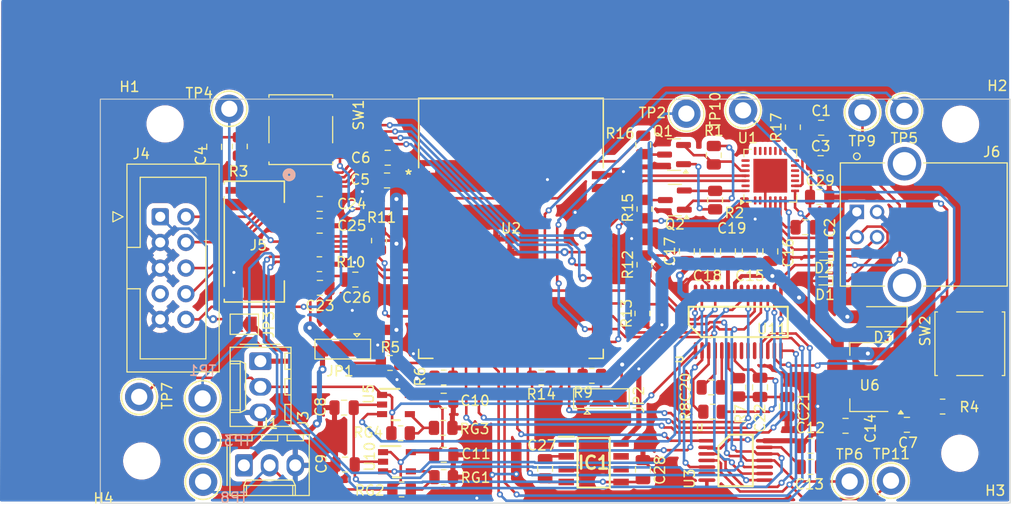
<source format=kicad_pcb>
(kicad_pcb (version 20240108) (generator "pcbnew") (generator_version "8.0")
  (layers (0 "F.Cu" signal) (31 "B.Cu" signal) (34 "B.Paste" user) (35 "F.Paste" user) (36 "B.SilkS" user "B.Silkscreen") (37 "F.SilkS" user "F.Silkscreen") (38 "B.Mask" user) (39 "F.Mask" user) (44 "Edge.Cuts" user))
  (net 0 "")
  (net 1 "GND")
  (net 2 "+5V")
  (net 3 "+3.3V")
  (net 4 "CHIP_PU")
  (net 5 "GPIO0_STRAPPING")
  (net 6 "-5V")
  (net 7 "Net-(U3-VREG)")
  (net 8 "Net-(U11-PGAIN)")
  (net 9 "Net-(U11-LNAOUT)")
  (net 10 "Net-(U11-COMPIN)")
  (net 11 "Net-(J5-Vbat)")
  (net 12 "Net-(J5-Vcomh)")
  (net 13 "Net-(IC1-CAP+)")
  (net 14 "Net-(IC1-CAP-)")
  (net 15 "/Power and Programming Subsystem/USB_D-")
  (net 16 "/Power and Programming Subsystem/USB_D+")
  (net 17 "Net-(D3-A)")
  (net 21 "/Ultrasonic Sensing Subsystem/ULTRASONIC_2_IN")
  (net 22 "/Ultrasonic Sensing Subsystem/ULTRASONIC_1_IN")
  (net 23 "Net-(J4-VTref)")
  (net 24 "/MTCK")
  (net 26 "/MTMS")
  (net 27 "/MTDO")
  (net 28 "/MTDI")
  (net 29 "/LCD_RST")
  (net 31 "/LCD_DATA{slash}CMD")
  (net 32 "SPI_MOSI")
  (net 35 "/LCD_CS")
  (net 36 "SPI_SCK")
  (net 38 "Net-(J5-Iref)")
  (net 39 "Net-(JP1-C)")
  (net 40 "Net-(JP2-C)")
  (net 41 "Net-(Q1-B)")
  (net 42 "Net-(Q1-E)")
  (net 43 "Net-(Q2-B)")
  (net 44 "Net-(Q2-E)")
  (net 45 "/GPIO3_STRAPPING")
  (net 46 "/GPIO46_STRAPPING")
  (net 47 "Net-(U11-PGAOUT)")
  (net 48 "Net-(U11-VCOM)")
  (net 49 "/GPIO45_STRAPPING")
  (net 50 "TDC1000_CS")
  (net 51 "TDC7200_CS")
  (net 52 "TDC7200_INT")
  (net 53 "Net-(U10-IN-)")
  (net 54 "Net-(U5-IN-)")
  (net 55 "SPI_MISO")
  (net 56 "/Ultrasonic Sensing Subsystem/TRIGGER")
  (net 57 "/Ultrasonic Sensing Subsystem/START")
  (net 58 "/Ultrasonic Sensing Subsystem/STOP")
  (net 62 "TX")
  (net 76 "RX")
  (net 78 "TDC1000_RST")
  (net 79 "TDC1000_ERRB")
  (net 81 "TDC1000_EN")
  (net 84 "TDC7200_EN")
  (net 85 "TDC1000_CHANNEL_SELECT")
  (net 89 "CLK_OUT3 (8 MHz)")
  (net 96 "/Ultrasonic Sensing Subsystem/TRANSMIT_1_OUT")
  (net 97 "/Ultrasonic Sensing Subsystem/TRANSMIT_2_OUT")
  (net 101 "CLK_OUT3 (1 MHz)")
  (net 102 "Net-(Q1-C)")
  (net 103 "Net-(Q2-C)")
  (net 104 "Net-(U1-~{RST})")
  (net 105 "Net-(C21-Pad1)")
  (footprint "Capacitor_SMD:C_0805_2012Metric" (layer "F.Cu") (at 189.7888 117.2464 180)
    (property "Reference" "C7")
    (property "Value" "1u")
  )
  (footprint "Resistor_SMD:R_0805_2012Metric" (layer "F.Cu") (at 178.5112 87.7824 90)
    (property "Reference" "R17")
    (property "Value" "4.7k")
  )
  (footprint "Package_DFN_QFN:QFN-28-1EP_5x5mm_P0.5mm_EP3.35x3.35mm" (layer "F.Cu") (at 176.276 92.583 90)
    (property "Reference" "U1")
    (property "Value" "CP2102N-Axx-xQFN28")
  )
  (footprint "TestPoint:TestPoint_Keystone_5010-5014_Multipurpose" (layer "F.Cu") (at 173.5836 86.106 90)
    (property "Reference" "TP10")
    (property "Value" "TestPoint")
  )
  (footprint "Jumper:SolderJumper-3_P2.0mm_Open_TrianglePad1.0x1.5mm" (layer "F.Cu") (at 159.569 114.681)
    (property "Reference" "JP2")
    (property "Value" "SolderJumper_3_Open")
  )
  (footprint "Button_Switch_SMD:SW_SPST_B3S-1000" (layer "F.Cu") (at 129.832 88.0216)
    (property "Reference" "SW1")
    (property "Value" "SW_Push")
  )
  (footprint "Capacitor_SMD:C_0805_2012Metric" (layer "F.Cu") (at 143.970599 120.2182)
    (property "Reference" "C11")
    (property "Value" "0.1 uF")
  )
  (footprint "Capacitor_SMD:C_0805_2012Metric" (layer "F.Cu") (at 181.3052 87.8332)
    (property "Reference" "C1")
    (property "Value" "1.0 uF")
  )
  (footprint "Resistor_SMD:R_0805_2012Metric" (layer "F.Cu") (at 153.6192 112.5728 180)
    (property "Reference" "R14")
    (property "Value" "10k")
  )
  (footprint "Capacitor_SMD:C_0805_2012Metric" (layer "F.Cu") (at 181.1528 94.6912)
    (property "Reference" "C29")
    (property "Value" "0.1 uF")
  )
  (footprint "Resistor_SMD:R_0805_2012Metric" (layer "F.Cu") (at 173.101 113.538 90)
    (property "Reference" "R7")
    (property "Value" "R")
  )
  (footprint "Connector_IDC:IDC-Header_2x05_P2.54mm_Vertical" (layer "F.Cu") (at 115.9256 96.647)
    (property "Reference" "J4")
    (property "Value" "Conn_ARM_JTAG_SWD_10")
  )
  (footprint "Capacitor_SMD:C_0805_2012Metric" (layer "F.Cu") (at 154.0002 121.5898 -90)
    (property "Reference" "C27")
    (property "Value" "10 uF")
  )
  (footprint "Package_TO_SOT_SMD:SOT-23" (layer "F.Cu") (at 166.8295 94.996 180)
    (property "Reference" "Q2")
    (property "Value" "SS8050-G")
  )
  (footprint "Capacitor_SMD:C_0805_2012Metric" (layer "F.Cu") (at 131.699 97.536)
    (property "Reference" "C25")
    (property "Value" "1 uF")
  )
  (footprint "Resistor_SMD:R_0805_2012Metric" (layer "F.Cu") (at 193.3194 115.443)
    (property "Reference" "R4")
    (property "Value" "100k")
  )
  (footprint "Resistor_SMD:R_0805_2012Metric" (layer "F.Cu") (at 158.623 112.395)
    (property "Reference" "R9")
    (property "Value" "1k")
  )
  (footprint "Resistor_SMD:R_0805_2012Metric" (layer "F.Cu") (at 139.8016 123.6472 180)
    (property "Reference" "RG2")
    (property "Value" "R")
  )
  (footprint "Resistor_SMD:R_0805_2012Metric" (layer "F.Cu") (at 143.9672 122.428 180)
    (property "Reference" "RG1")
    (property "Value" "R")
  )
  (footprint "Capacitor_SMD:C_0805_2012Metric" (layer "F.Cu") (at 143.9672 114.8588)
    (property "Reference" "C10")
    (property "Value" "0.1 uF")
  )
  (footprint "Package_TO_SOT_SMD:SOT-223-3_TabPin2" (layer "F.Cu") (at 186.055 112.522 180)
    (property "Reference" "U6")
    (property "Value" "LM1117MP-3.3")
  )
  (footprint "Capacitor_SMD:C_0805_2012Metric" (layer "F.Cu") (at 168.021 100.076 90)
    (property "Reference" "C17")
    (property "Value" "0.01 uF")
  )
  (footprint "Resistor_SMD:R_0805_2012Metric" (layer "F.Cu") (at 163.6268 106.2228 -90)
    (property "Reference" "R13")
    (property "Value" "4.7k")
  )
  (footprint "Resistor_SMD:R_0805_2012Metric" (layer "F.Cu") (at 143.9672 112.5728 180)
    (property "Reference" "R6")
    (property "Value" "1k")
  )
  (footprint "Diode_SMD:D_SOD-923" (layer "F.Cu") (at 181.6645 100.5586 180)
    (property "Reference" "D2")
    (property "Value" "SZESD9B5.0ST5G")
  )
  (footprint "Capacitor_SMD:C_0805_2012Metric" (layer "F.Cu") (at 181.2544 91.3384)
    (property "Reference" "C3")
    (property "Value" "0.1 uF")
  )
  (footprint "Capacitor_SMD:C_0805_2012Metric" (layer "F.Cu") (at 180.2384 119.3292)
    (property "Reference" "C12")
    (property "Value" "0.1 uF")
  )
  (footprint "Capacitor_SMD:C_0805_2012Metric" (layer "F.Cu") (at 163.6776 121.6914 90)
    (property "Reference" "C28")
    (property "Value" "10 uF")
  )
  (footprint "TDC7200:PW0014A_N" (layer "F.Cu") (at 172.847 120.777)
    (property "Reference" "U3")
    (property "Value" "TDC7200PW")
  )
  (footprint "Connector_Molex:Molex_KK-254_AE-6410-03A_1x03_P2.54mm_Vertical" (layer "F.Cu") (at 124.206 121.2596)
    (property "Reference" "J1")
    (property "Value" "Ultrasonic_Conn_2")
  )
  (footprint "Jumper:SolderJumper-3_P2.0mm_Open_TrianglePad1.0x1.5mm" (layer "F.Cu") (at 133.985 109.728 180)
    (property "Reference" "JP1")
    (property "Value" "SolderJumper_3_Open")
  )
  (footprint "TestPoint:TestPoint_Keystone_5010-5014_Multipurpose" (layer "F.Cu") (at 185.3946 86.3092 90)
    (property "Reference" "TP9")
    (property "Value" "TestPoint")
  )
  (footprint "Resistor_SMD:R_0805_2012Metric" (layer "F.Cu") (at 137.5664 99.0092 90)
    (property "Reference" "R11")
    (property "Value" "4.7k")
  )
  (footprint "Resistor_SMD:R_0805_2012Metric" (layer "F.Cu") (at 163.83 95.885 -90)
    (property "Reference" "R15")
    (property "Value" "10k")
  )
  (footprint "TDC1000:PW0028A_N" (layer "F.Cu") (at 173.101 107.061 90)
    (property "Reference" "U11")
    (property "Value" "TDC1000PW")
  )
  (footprint "Jumper:SolderJumper-2_P1.3mm_Open_TrianglePad1.0x1.5mm" (layer "F.Cu") (at 124.243 107.2896 180)
    (property "Reference" "JP3")
    (property "Value" "SolderJumper_2_Open")
  )
  (footprint "Capacitor_SMD:C_0805_2012Metric" (layer "F.Cu") (at 134.115399 115.5464 180)
    (property "Reference" "C8")
    (property "Value" "0.1 uF")
  )
  (footprint "OPA192IDBVR Amp:DBV0005A_N" (layer "F.Cu") (at 139.3444 120.904)
    (property "Reference" "U10")
    (property "Value" "OPA192IDBVR")
  )
  (footprint "ESP32-S3-WROOM-N16:ESP32-S3-WROOM-1_EXP" (layer "F.Cu") (at 150.622 97.79)
    (property "Reference" "U2")
    (property "Value" "ESP32-S3-WROOM-1-N16R2")
  )
  (footprint "Capacitor_SMD:C_0805_2012Metric" (layer "F.Cu") (at 131.7244 103.6828)
    (property "Reference" "C23")
    (property "Value" "2.2 uF")
  )
  (footprint "Capacitor_SMD:C_0805_2012Metric" (layer "F.Cu") (at 138.43 90.805 180)
    (property "Reference" "C6")
    (property "Value" "0.1 uF")
  )
  (footprint "Resistor_SMD:R_0805_2012Metric" (layer "F.Cu") (at 163.83 101.3968 90)
    (property "Reference" "R12")
    (property "Value" "4.7k")
  )
  (footprint "Package_TO_SOT_SMD:SOT-23" (layer "F.Cu") (at 166.751 90.49 180)
    (property "Reference" "Q1")
    (property "Value" "SS8050-G")
  )
  (footprint "Resistor_SMD:R_0805_2012Metric" (layer "F.Cu") (at 138.6605 111.125 180)
    (property "Reference" "R5")
    (property "Value" "1k")
  )
  (footprint "Capacitor_SMD:C_0805_2012Metric" (layer "F.Cu") (at 177.927 115.443 -90)
    (property "Reference" "C21")
    (property "Value" "C")
  )
  (footprint "Capacitor_SMD:C_0805_2012Metric" (layer "F.Cu") (at 183.7182 117.348)
    (property "Reference" "C14")
    (property "Value" "0.01 uF")
  )
  (footprint "Capacitor_SMD:C_0805_2012Metric" (layer "F.Cu") (at 175.26 113.538 90)
    (property "Reference" "C22")
    (property "Value" "C")
  )
  (footprint "Diode_SMD:D_SOD-923" (layer "F.Cu") (at 181.5846 102.997 180)
    (property "Reference" "D1")
    (property "Value" "SZESD9B5.0ST5G")
  )
  (footprint "Capacitor_SMD:C_0805_2012Metric" (layer "F.Cu") (at 170.053 100.076 90)
    (property "Reference" "C18")
    (property "Value" "0.1 uF")
  )
  (footprint "MAX660:SOIC127P600X175-8N" (layer "F.Cu") (at 158.8008 121.0056)
    (property "Reference" "IC1")
    (property "Value" "MAX660M_NOPB" (hide yes))
  )
  (footprint "TestPoint:TestPoint_Keystone_5010-5014_Multipurpose" (layer "F.Cu") (at 113.8428 114.4778)
    (property "Reference" "TP7")
    (property "Value" "TestPoint")
  )
  (footprint "Capacitor_SMD:C_0805_2012Metric" (layer "F.Cu") (at 138.364 93.053 180)
    (property "Reference" "C5")
    (property "Value" "10 uF")
  )
  (footprint "Capacitor_SMD:C_0805_2012Metric" (layer "F.Cu") (at 134.216999 121.1834 180)
    (property "Reference" "C9")
    (property "Value" "0.1 uF")
  )
  (footprint "Capacitor_SMD:C_0805_2012Metric" (layer "F.Cu") (at 180.2384 121.412)
    (property "Reference" "C13")
    (property "Value" "1 uF")
  )
  (footprint "MountingHole:MountingHole_3.2mm_M3" (layer "F.Cu") (at 195.0212 120.0658)
    (property "Reference" "H3")
    (property "Value" "MountingHole")
  )
  (footprint "Capacitor_SMD:C_0805_2012Metric" (layer "F.Cu") (at 179.7304 97.6884)
    (property "Reference" "C2")
    (property "Value" "4.7 uF")
  )
  (footprint "Resistor_SMD:R_0805_2012Metric" (layer "F.Cu") (at 170.815 94.996 -90)
    (property "Reference" "R2")
    (property "Value" "10k")
  )
  (footprint "MountingHole:MountingHole_3.2mm_M3" (layer "F.Cu") (at 114.0968 120.8278)
    (property "Reference" "H4")
    (property "Value" "MountingHole")
  )
  (footprint "Button_Switch_SMD:SW_SPST_B3S-1000" (layer "F.Cu") (at 196.0118 109.22 -90)
    (property "Reference" "SW2")
    (property "Value" "SW_Push")
  )
  (footprint "Capacitor_SMD:C_0805_2012Metric" (layer "F.Cu") (at 172.085 100.076 90)
    (property "Reference" "C19")
    (property "Value" "10 uF")
  )
  (footprint "ZIF_LCD_connector:CONN15_6288_7X5P7_AVX" (layer "F.Cu") (at 128.6764 95.6056 -90)
    (property "Reference" "J5")
    (property "Value" "046288015000846+")
  )
  (footprint "TestPoint:TestPoint_Keystone_5010-5014_Multipurpose" (layer "F.Cu") (at 184.1246 122.8598)
    (property "Reference" "TP6")
    (property "Value" "TestPoint")
  )
  (footprint "Connector_Molex:Molex_KK-254_AE-6410-03A_1x03_P2.54mm_Vertical" (layer "F.Cu") (at 125.8316 110.9472 -90)
    (property "Reference" "J3")
    (property "Value" "Ultrasonic_Conn_1")
  )
  (footprint "Capacitor_SMD:C_0805_2012Metric" (layer "F.Cu") (at 170.434 113.538 180)
    (property "Reference" "C20")
    (property "Value" "C")
  )
  (footprint "MountingHole:MountingHole_3.2mm_M3" (layer "F.Cu") (at 195.0974 87.4776)
    (property "Reference" "H2")
    (property "Value" "MountingHole")
  )
  (footprint "TestPoint:TestPoint_Keystone_5010-5014_Multipurpose" (layer "F.Cu") (at 120.1674 122.8852)
    (property "Reference" "TP8")
    (property "Value" "TestPoint")
  )
  (footprint "Capacitor_SMD:C_0805_2012Metric" (layer "F.Cu") (at 174.244 100.076 90)
    (property "Reference" "C15")
    (property "Value" "0.01 uF")
  )
  (footprint "Capacitor_SMD:C_0805_2012Metric" (layer "F.Cu") (at 121.2596 89.723 -90)
    (property "Reference" "C4")
    (property "Value" "1u")
  )
  (footprint "OPA192IDBVR Amp:DBV0005A_N" (layer "F.Cu") (at 139.246199 115.2398)
    (property "Reference" "U5")
    (property "Value" "OPA192IDBVR")
  )
  (footprint "TestPoint:TestPoint_Keystone_5010-5014_Multipurpose" (layer "F.Cu") (at 189.5348 86.1568)
    (property "Reference" "TP5")
    (property "Value" "TestPoint")
  )
  (footprint "Capacitor_SMD:C_0805_2012Metric" (layer "F.Cu") (at 131.699 95.377)
    (property "Reference" "C24")
    (property "Value" "1 uF")
  )
  (footprint "Resistor_SMD:R_0805_2012Metric" (layer "F.Cu") (at 123.7996 89.6855 90)
    (property "Reference" "R3")
    (property "Value" "100k")
  )
  (footprint "Capacitor_SMD:C_0805_2012Metric" (layer "F.Cu") (at 176.276 100.076 90)
    (property "Reference" "C16")
    (property "Value" "0.1 uF")
  )
  (footprint "Resistor_SMD:R_0805_2012Metric" (layer "F.Cu") (at 163.703 89.535 90)
    (property "Reference" "R16")
    (property "Value" "10k")
  )
  (footprint "Capacitor_SMD:C_0805_2012Metric" (layer "F.Cu") (at 135.2296 102.87)
    (property "Reference" "C26")
    (property "Value" "2.2 uF")
  )
  (footprint "Resistor_SMD:R_0805_2012Metric" (layer "F.Cu") (at 131.6736 101.346 180)
    (property "Reference" "R10")
    (property "Value" "66.67k")
  )
  (footprint "TestPoint:TestPoint_Keystone_5010-5014_Multipurpose" (layer "F.Cu") (at 122.7582 85.9536)
    (property "Reference" "TP4")
    (property "Value" "TestPoint")
  )
  (footprint "Resistor_SMD:R_0805_2012Metric" (layer "F.Cu") (at 139.703399 118.0846 180)
    (property "Reference" "RG4")
    (property "Value" "R")
  )
  (footprint "MountingHole:MountingHole_3.2mm_M3" (layer "F.Cu") (at 116.4082 87.4522)
    (property "Reference" "H1")
    (property "Value" "MountingHole")
  )
  (footprint "TestPoint:TestPoint_Keystone_5010-5014_Multipurpose" (layer "F.Cu") (at 120.142 118.7704)
    (property "Reference" "TP3")
    (property "Value" "TestPoint")
  )
  (footprint "TestPoint:TestPoint_Keystone_5010-5014_Multipurpose" (layer "F.Cu") (at 167.9702 86.4362)
    (property "Reference" "TP2")
    (property "Value" "TestPoint")
  )
  (footprint "Resistor_SMD:R_0805_2012Metric" (layer "F.Cu") (at 170.561 115.951)
    (property "Reference" "R8")
    (property "Value" "R")
  )
  (footprint "TestPoint:TestPoint_Keystone_5010-5014_Multipurpose" (layer "F.Cu") (at 188.214 122.7836 90)
    (property "Reference" "TP11")
    (property "Value" "TestPoint")
  )
  (footprint "Diode_SMD:D_SOD-123" (layer "F.Cu") (at 187.452 106.553 180)
    (property "Reference" "D3")
    (property "Value" "MBR0520")
  )
  (footprint "TestPoint:TestPoint_Keystone_5010-5014_Multipurpose" (layer "F.Cu") (at 120.1166 114.6302)
    (property "Reference" "TP1")
    (property "Value" "TestPoint")
  )
  (footprint "USB-B:CUI_UJ2-BH-W1-TH" (layer "F.Cu") (at 184.8358 96.1644 90)
    (property "Reference" "J6")
    (property "Value" "USB_B")
  )
  (footprint "Resistor_SMD:R_0805_2012Metric" (layer "F.Cu") (at 143.9164 117.5512 180)
    (property "Reference" "RG3")
    (property "Value" "R")
  )
  (footprint "Resistor_SMD:R_0805_2012Metric" (layer "F.Cu") (at 170.688 90.551 90)
    (property "Reference" "R1")
    (property "Value" "10k")
  )
  (gr_rect (start 110 85) (end 200 125) (stroke (width 0.1)) (fill none) (layer "Edge.Cuts"))
  (segment (start 181.1646 102.997) (end 179.7812 102.997) (width 0.254) (layer "F.Cu") (net 1))
  (segment (start 175.776 95.033) (end 175.776 93.083) (width 0.254) (layer "F.Cu") (net 1))
  (segment (start 128.655318 98.085148) (end 126.908052 98.085148) (width 0.254) (layer "F.Cu") (net 1))
  (segment (start 162.56 100.7618) (end 162.56 98.806) (width 0.254) (layer "F.Cu") (net 1))
  (segment (start 179.6796 100.5586) (end 179.6288 100.5586) (width 0.254) (layer "F.Cu") (net 1))
  (segment (start 166.281728 103.2256) (end 164.452928 101.3968) (width 0.254) (layer "F.Cu") (net 1))
  (segment (start 164.452928 101.3968) (end 163.195 101.3968) (width 0.254) (layer "F.Cu") (net 1))
  (segment (start 175.776 93.083) (end 176.276 92.583) (width 0.254) (layer "F.Cu") (net 1))
  (segment (start 128.6764 98.10623) (end 128.655318 98.085148) (width 0.254) (layer "F.Cu") (net 1))
  (segment (start 179.6288 100.5586) (end 179.3494 100.838) (width 0.254) (layer "F.Cu") (net 1))
  (segment (start 174.8028 96.8502) (end 174.7774 96.8756) (width 0.254) (layer "F.Cu") (net 1))
  (segment (start 170.176 103.457001) (end 169.538199 102.8192) (width 0.254) (layer "F.Cu") (net 1))
  (segment (start 167.601334 103.2256) (end 166.281728 103.2256) (width 0.254) (layer "F.Cu") (net 1))
  (segment (start 175.776 95.9024) (end 174.8282 96.8502) (width 0.254) (layer "F.Cu") (net 1))
  (segment (start 169.538199 102.8192) (end 168.007734 102.8192) (width 0.254) (layer "F.Cu") (net 1))
  (segment (start 179.7558 100.5586) (end 179.6796 100.5586) (width 0.254) (layer "F.Cu") (net 1))
  (segment (start 174.8282 96.8502) (end 174.8028 96.8502) (width 0.254) (layer "F.Cu") (net 1))
  (segment (start 181.2445 100.5586) (end 179.7558 100.5586) (width 0.254) (layer "F.Cu") (net 1))
  (segment (start 170.176 104.211001) (end 170.176 103.457001) (width 0.254) (layer "F.Cu") (net 1))
  (segment (start 168.007734 102.8192) (end 167.601334 103.2256) (width 0.254) (layer "F.Cu") (net 1))
  (segment (start 175.776 95.033) (end 175.776 95.9024) (width 0.254) (layer "F.Cu") (net 1))
  (segment (start 165.5572 122.621) (end 163.6776 120.7414) (width 0.254) (layer "F.Cu") (net 1))
  (segment (start 163.195 101.3968) (end 162.56 100.7618) (width 0.254) (layer "F.Cu") (net 1))
  (via (at 140.97 110.2106) (size 0.6) (drill 0.3) (layers "F.Cu" "B.Cu") (net 1))
  (via (at 161.7472 92.1766) (size 0.6) (drill 0.3) (layers "F.Cu" "B.Cu") (net 1))
  (via (at 123.2154 102.1588) (size 0.6) (drill 0.3) (layers "F.Cu" "B.Cu") (net 1))
  (via (at 135.1534 101.1682) (size 0.6) (drill 0.3) (layers "F.Cu" "B.Cu") (net 1))
  (via (at 134.9248 105.918) (size 0.6) (drill 0.3) (layers "F.Cu" "B.Cu") (net 1))
  (via (at 162.56 98.806) (size 0.6) (drill 0.3) (layers "F.Cu" "B.Cu") (net 1))
  (via (at 147.2438 124.5108) (size 0.6) (drill 0.3) (layers "F.Cu" "B.Cu") (net 1))
  (via (at 151.1554 122.1232) (size 0.6) (drill 0.3) (layers "F.Cu" "B.Cu") (net 1))
  (via (at 174.7774 96.8756) (size 0.6) (drill 0.3) (layers "F.Cu" "B.Cu") (net 1))
  (via (at 154.2288 92.964) (size 0.6) (drill 0.3) (layers "F.Cu" "B.Cu") (net 1))
  (via (at 156.972 96.2152) (size 0.6) (drill 0.3) (layers "F.Cu" "B.Cu") (net 1))
  (via (at 148.7678 122.1994) (size 0.6) (drill 0.3) (layers "F.Cu" "B.Cu") (net 1))
  (via (at 135.9154 94.1578) (size 0.6) (drill 0.3) (layers "F.Cu" "B.Cu") (net 1))
  (via (at 180.975 115.4176) (size 0.6) (drill 0.3) (layers "F.Cu" "B.Cu") (net 1))
  (via (at 137.4394 109.347) (size 0.6) (drill 0.3) (layers "F.Cu" "B.Cu") (net 1))
  (segment (start 162.56 98.806) (end 162.56 98.020888) (width 0.254) (layer "B.Cu") (net 1))
  (segment (start 148.844 122.1232) (end 148.7678 122.1994) (width 0.254) (layer "B.Cu") (net 1))
  (segment (start 162.56 98.020888) (end 160.754312 96.2152) (width 0.254) (layer "B.Cu") (net 1))
  (segment (start 151.1554 122.1232) (end 148.844 122.1232) (width 0.254) (layer "B.Cu") (net 1))
  (segment (start 160.754312 96.2152) (end 156.972 96.2152) (width 0.254) (layer "B.Cu") (net 1))
  (segment (start 130.7744 107.5792) (end 130.7744 103.6828) (width 0.254) (layer "F.Cu") (net 2))
  (segment (start 140.299399 114.289799) (end 139.346353 113.336753) (width 0.254) (layer "F.Cu") (net 2))
  (segment (start 128.6764 102.607364) (end 128.921764 102.607364) (width 0.254) (layer "F.Cu") (net 2))
  (segment (start 189.205 110.222) (end 185.9648 110.222) (width 1.27) (layer "F.Cu") (net 2))
  (segment (start 168.021 101.026) (end 168.021 101.7778) (width 0.508) (layer "F.Cu") (net 2))
  (segment (start 179.269244 96.289644) (end 178.726 95.7464) (width 0.254) (layer "F.Cu") (net 2))
  (segment (start 140.719399 119.953999) (end 142.756398 119.953999) (width 0.254) (layer "F.Cu") (net 2))
  (segment (start 129.9972 103.6828) (end 130.7744 103.6828) (width 0.254) (layer "F.Cu") (net 2))
  (segment (start 168.021 101.7778) (end 167.3352 102.4636) (width 0.508) (layer "F.Cu") (net 2))
  (segment (start 143.8434 119.395399) (end 143.020599 120.2182) (width 0.254) (layer "F.Cu") (net 2))
  (segment (start 139.346353 113.336753) (end 139.346353 112.774047) (width 0.254) (layer "F.Cu") (net 2))
  (segment (start 189.102 106.553) (end 189.102 110.119) (width 1.27) (layer "F.Cu") (net 2))
  (segment (start 163.2712 117.3412) (end 163.2712 111.7092) (width 0.508) (layer "F.Cu") (net 2))
  (segment (start 189.102 110.119) (end 189.205 110.222) (width 1.27) (layer "F.Cu") (net 2))
  (segment (start 130.7084 107.6452) (end 130.7744 107.5792) (width 0.254) (layer "F.Cu") (net 2))
  (segment (start 142.756398 119.953999) (end 143.020599 120.2182) (width 0.254) (layer "F.Cu") (net 2))
  (segment (start 143.0172 114.8588) (end 143.8434 115.685) (width 0.254) (layer "F.Cu") (net 2))
  (segment (start 161.5118 119.1006) (end 163.2712 117.3412) (width 0.508) (layer "F.Cu") (net 2))
  (segment (start 171.475999 104.211001) (end 172.126001 104.211001) (width 0.254) (layer "F.Cu") (net 2))
  (segment (start 185.9648 110.222) (end 185.928 110.1852) (width 1.27) (layer "F.Cu") (net 2))
  (segment (start 178.726 95.7464) (end 178.726 94.083) (width 0.254) (layer "F.Cu") (net 2))
  (segment (start 140.621198 114.289799) (end 142.448199 114.289799) (width 0.254) (layer "F.Cu") (net 2))
  (segment (start 143.8434 115.685) (end 143.8434 119.395399) (width 0.254) (layer "F.Cu") (net 2))
  (segment (start 172.085 101.026) (end 172.085 104.17) (width 0.381) (layer "F.Cu") (net 2))
  (segment (start 179.269244 96.312844) (end 179.269244 96.289644) (width 0.254) (layer "F.Cu") (net 2))
  (segment (start 172.085 101.026) (end 168.021 101.026) (width 0.508) (layer "F.Cu") (net 2))
  (segment (start 128.921764 102.607364) (end 129.9972 103.6828) (width 0.254) (layer "F.Cu") (net 2))
  (segment (start 130.7744 103.6828) (end 130.749 103.7082) (width 0.254) (layer "F.Cu") (net 2))
  (segment (start 140.621198 114.289799) (end 140.299399 114.289799) (width 0.254) (layer "F.Cu") (net 2))
  (segment (start 142.448199 114.289799) (end 143.0172 114.8588) (width 0.254) (layer "F.Cu") (net 2))
  (via (at 167.3352 102.4636) (size 0.8) (drill 0.4) (layers "F.Cu" "B.Cu") (net 2))
  (via (at 163.2712 111.7092) (size 0.6) (drill 0.3) (layers "F.Cu" "B.Cu") (net 2))
  (via (at 179.269244 96.312844) (size 0.6) (drill 0.3) (layers "F.Cu" "B.Cu") (net 2))
  (via (at 139.346353 112.774047) (size 0.6) (drill 0.3) (layers "F.Cu" "B.Cu") (net 2))
  (via (at 130.7084 107.6452) (size 0.8) (drill 0.4) (layers "F.Cu" "B.Cu") (net 2))
  (via (at 185.928 110.1852) (size 0.8) (drill 0.4) (layers "F.Cu" "B.Cu") (net 2))
  (segment (start 130.7592 107.6452) (end 130.7084 107.6452) (width 1.27) (layer "B.Cu") (net 2))
  (segment (start 160.7852 114.1952) (end 140.767506 114.1952) (width 1.27) (layer "B.Cu") (net 2))
  (segment (start 180.086 97.1296) (end 180.086 108.712) (width 0.254) (layer "B.Cu") (net 2))
  (segment (start 167.3352 104.0892) (end 167.6908 104.4448) (width 0.508) (layer "B.Cu") (net 2))
  (segment (start 163.322 111.76) (end 163.2712 111.7092) (width 0.254) (layer "B.Cu") (net 2))
  (segment (start 167.4876 107.4928) (end 163.2712 111.7092) (width 1.27) (layer "B.Cu") (net 2))
  (segment (start 163.2204 111.76) (end 163.2712 111.7092) (width 0.508) (layer "B.Cu") (net 2))
  (segment (start 167.6908 104.4448) (end 168.9608 104.4448) (width 0.508) (layer "B.Cu") (net 2))
  (segment (start 185.928 110.1852) (end 182.3212 110.1852) (width 1.27) (layer "B.Cu") (net 2))
  (segment (start 176.5808 104.4448) (end 168.9608 104.4448) (width 1.27) (layer "B.Cu") (net 2))
  (segment (start 163.2712 111.7092) (end 160.7852 114.1952) (width 1.27) (layer "B.Cu") (net 2))
  (segment (start 182.3212 110.1852) (end 176.5808 104.4448) (width 1.27) (layer "B.Cu") (net 2))
  (segment (start 135.0264 111.9124) (end 130.7592 107.6452) (width 1.27) (layer "B.Cu") (net 2))
  (segment (start 167.3352 107.3404) (end 167.4876 107.4928) (width 0.254) (layer "B.Cu") (net 2))
  (segment (start 139.346353 112.774047) (end 138.484706 111.9124) (width 1.27) (layer "B.Cu") (net 2))
  (segment (start 138.484706 111.9124) (end 135.0264 111.9124) (width 1.27) (layer "B.Cu") (net 2))
  (segment (start 179.269244 96.312844) (end 180.086 97.1296) (width 0.254) (layer "B.Cu") (net 2))
  (segment (start 167.3352 102.4636) (end 167.3352 104.0892) (width 0.508) (layer "B.Cu") (net 2))
  (segment (start 168.9608 104.4448) (end 167.4876 105.918) (width 1.27) (layer "B.Cu") (net 2))
  (segment (start 167.4876 105.918) (end 167.4876 107.4928) (width 1.27) (layer "B.Cu") (net 2))
  (segment (start 140.767506 114.1952) (end 139.346353 112.774047) (width 1.27) (layer "B.Cu") (net 2))
  (segment (start 190.1698 112.522) (end 189.205 112.522) (width 0.508) (layer "F.Cu") (net 3))
  (segment (start 131.985 109.728) (end 131.985 108.769802) (width 1.016) (layer "F.Cu") (net 3))
  (segment (start 192.4069 115.443) (end 192.4069 114.7591) (width 0.508) (layer "F.Cu") (net 3))
  (segment (start 165.256306 107.6452) (end 165.5572 107.344306) (width 0.254) (layer "F.Cu") (net 3))
  (segment (start 138.0763 98.0967) (end 139.2936 99.314) (width 0.254) (layer "F.Cu") (net 3))
  (segment (start 139.314 90.871) (end 139.38 90.805) (width 1.27) (layer "F.Cu") (net 3))
  (segment (start 131.985 108.769802) (end 132.906402 107.8484) (width 1.016) (layer "F.Cu") (net 3))
  (segment (start 172.775999 103.203001) (end 172.775999 104.211001) (width 0.381) (layer "F.Cu") (net 3))
  (segment (start 139.2936 94.8944) (end 139.2936 93.0734) (width 1.27) (layer "F.Cu") (net 3))
  (segment (start 178.7804 97.6884) (end 177.8508 97.6884) (width 0.254) (layer "F.Cu") (net 3))
  (segment (start 138.9888 99.0092) (end 139.2936 99.314) (width 0.254) (layer "F.Cu") (net 3))
  (segment (start 165.88094 100.4843) (end 166.696 101.29936) (width 0.254) (layer "F.Cu") (net 3))
  (segment (start 136.906 99.0092) (end 138.9888 99.0092) (width 0.254) (layer "F.Cu") (net 3))
  (segment (start 164.1367 107.6452) (end 165.256306 107.6452) (width 0.254) (layer "F.Cu") (net 3))
  (segment (start 180.3552 91.0184) (end 180.3552 87.8332) (width 0.254) (layer "F.Cu") (net 3))
  (segment (start 163.83 100.4843) (end 165.88094 100.4843) (width 0.254) (layer "F.Cu") (net 3))
  (segment (start 127.4064 109.728) (end 131.985 109.728) (width 0.508) (layer "F.Cu") (net 3))
  (segment (start 180.3044 94.5236) (end 180.3044 91.3384) (width 0.254) (layer "F.Cu") (net 3))
  (segment (start 177.776 95.8864) (end 178.1048 96.2152) (width 0.254) (layer "F.Cu") (net 3))
  (segment (start 177.776 95.033) (end 177.776 95.8864) (width 0.254) (layer "F.Cu") (net 3))
  (segment (start 178.7804 97.6884) (end 180.2028 96.266) (width 0.254) (layer "F.Cu") (net 3))
  (segment (start 139.3952 90.7898) (end 139.38 90.805) (width 0.508) (layer "F.Cu") (net 3))
  (segment (start 180.2028 94.6912) (end 179.8828 94.6912) (width 0.254) (layer "F.Cu") (net 3))
  (segment (start 124.206 121.2596) (end 124.206 120.777) (width 0.508) (layer "F.Cu") (net 3))
  (segment (start 180.2028 94.6252) (end 180.3044 94.5236) (width 0.254) (layer "F.Cu") (net 3))
  (segment (start 132.906402 107.8484) (end 139.2936 107.8484) (width 1.016) (layer "F.Cu") (net 3))
  (segment (start 182.905 108.448) (end 179.1208 104.6638) (width 1.27) (layer "F.Cu") (net 3))
  (segment (start 179.4745 87.8332) (end 178.5112 86.8699) (width 0.254) (layer "F.Cu") (net 3))
  (segment (start 179.1208 104.6638) (end 179.1208 104.648) (width 1.27) (layer "F.Cu") (net 3))
  (segment (start 124.968 107.2896) (end 127.4064 109.728) (width 0.508) (layer "F.Cu") (net 3))
  (segment (start 180.3552 87.8332) (end 179.4745 87.8332) (width 0.254) (layer "F.Cu") (net 3))
  (segment (start 163.6268 107.1353) (end 164.1367 107.6452) (width 0.254) (layer "F.Cu") (net 3))
  (segment (start 130.7658 110.9472) (end 131.985 109.728) (width 0.508) (layer "F.Cu") (net 3))
  (segment (start 192.4069 114.7591) (end 190.1698 112.522) (width 0.508) (layer "F.Cu") (net 3))
  (segment (start 140.061 93.8) (end 139.314 93.053) (width 1.27) (layer "F.Cu") (net 3))
  (segment (start 182.7428 117.3226) (end 182.7428 112.6842) (width 0.508) (layer "F.Cu") (net 3))
  (segment (start 180.3044 91.0692) (end 180.3552 91.0184) (width 0.254) (layer "F.Cu") (net 3))
  (segment (start 125.8316 110.9472) (end 130.7658 110.9472) (width 0.508) (layer "F.Cu") (net 3))
  (segment (start 130.9116 97.536) (end 131.9636 98.588) (width 0.254) (layer "F.Cu") (net 3))
  (segment (start 182.7428 112.6842) (end 182.905 112.522) (width 0.508) (layer "F.Cu") (net 3))
  (segment (start 182.905 108.448) (end 182.905 112.522) (width 1.27) (layer "F.Cu") (net 3))
  (segment (start 176.4792 102.5144) (end 173.4646 102.5144) (width 0.381) (layer "F.Cu") (net 3))
  (segment (start 139.314 93.053) (end 139.314 90.871) (width 1.27) (layer "F.Cu") (net 3))
  (segment (start 141.3764 112.5728) (end 141.3002 112.649) (width 0.508) (layer "F.Cu") (net 3))
  (segment (start 179.2884 119.3292) (end 180.4674 118.1502) (width 0.508) (layer "F.Cu") (net 3))
  (segment (start 127.508 117.9576) (end 130.5814 117.9576) (width 0.508) (layer "F.Cu") (net 3))
  (segment (start 161.569 114.681) (end 161.569 111.332506) (width 0.254) (layer "F.Cu") (net 3))
  (segment (start 137.5664 98.0967) (end 138.0763 98.0967) (width 0.254) (layer "F.Cu") (net 3))
  (segment (start 177.276 95.033) (end 177.776 95.033) (width 0.254) (layer "F.Cu") (net 3))
  (segment (start 131.9636 98.588) (end 136.4848 98.588) (width 0.254) (layer "F.Cu") (net 3))
  (segment (start 143.0547 112.5728) (end 141.3764 112.5728) (width 0.508) (layer "F.Cu") (net 3))
  (segment (start 139.2936 93.0734) (end 139.314 93.053) (width 1.27) (layer "F.Cu") (net 3))
  (segment (start 175.696999 118.826999) (end 178.786199 118.826999) (width 0.508) (layer "F.Cu") (net 3))
  (segment (start 154.5317 112.5728) (end 154.5317 113.6377) (width 0.254) (layer "F.Cu") (net 3))
  (segment (start 180.4674 118.1502) (end 181.966 118.1502) (width 0.508) (layer "F.Cu") (net 3))
  (segment (start 180.2028 94.6912) (end 180.2028 94.6252) (width 0.254) (layer "F.Cu") (net 3))
  (segment (start 181.966 118.1502) (end 182.7682 117.348) (width 0.508) (layer "F.Cu") (net 3))
  (segment (start 136.4848 98.588) (end 136.906 99.0092) (width 0.254) (layer "F.Cu") (net 3))
  (segment (start 178.786199 118.826999) (end 179.2884 119.3292) (width 0.508) (layer "F.Cu") (net 3))
  (segment (start 173.4646 102.5144) (end 172.775999 103.203001) (width 0.381) (layer "F.Cu") (net 3))
  (segment (start 180.2028 96.266) (end 180.2028 94.6912) (width 0.254) (layer "F.Cu") (net 3))
  (segment (start 124.206 121.2596) (end 127.508 117.9576) (width 0.508) (layer "F.Cu") (net 3))
  (segment (start 130.5814 117.9576) (end 131.4196 117.1194) (width 0.508) (layer "F.Cu") (net 3))
  (segment (start 130.749 97.536) (end 130.9116 97.536) (width 0.254) (layer "F.Cu") (net 3))
  (segment (start 161.569 111.332506) (end 161.622153 111.279353) (width 0.254) (layer "F.Cu") (net 3))
  (segment (start 182.7682 117.348) (end 182.7428 117.3226) (width 0.508) (layer "F.Cu") (net 3))
  (segment (start 177.276 97.1136) (end 177.276 95.033) (width 0.254) (layer "F.Cu") (net 3))
  (segment (start 177.8508 97.6884) (end 177.276 97.1136) (width 0.254) (layer "F.Cu") (net 3))
  (segment (start 129.678644 98.606356) (end 130.749 97.536) (width 0.254) (layer "F.Cu") (net 3))
  (segment (start 131.9784 111.76) (end 131.9784 109.7346) (width 0.508) (layer "F.Cu") (net 3))
  (segment (start 180.3044 91.3384) (end 180.3044 91.0692) (width 0.254) (layer "F.Cu") (net 3))
  (segment (start 141.872 93.8) (end 140.061 93.8) (width 1.27) (layer "F.Cu") (net 3))
  (segment (start 131.9784 109.7346) (end 131.985 109.728) (width 0.508) (layer "F.Cu") (net 3))
  (segment (start 128.6764 98.606356) (end 129.678644 98.606356) (width 0.254) (layer "F.Cu") (net 3))
  (via (at 179.1208 104.648) (size 0.8) (drill 0.4) (layers "F.Cu" "B.Cu") (net 3))
  (via (at 161.622153 111.279353) (size 0.8) (drill 0.4) (layers "F.Cu" "B.Cu") (net 3))
  (via (at 131.9784 111.76) (size 0.8) (drill 0.4) (layers "F.Cu" "B.Cu") (net 3))
  (via (at 141.3002 112.649) (size 0.8) (drill 0.4) (layers "F.Cu" "B.Cu") (net 3))
  (via (at 176.4792 102.5144) (size 0.8) (drill 0.4) (layers "F.Cu" "B.Cu") (net 3))
  (via (at 178.1048 96.2152) (size 0.6) (drill 0.3) (layers "F.Cu" "B.Cu") (net 3))
  (via (at 165.5572 107.344306) (size 0.6) (drill 0.3) (layers "F.Cu" "B.Cu") (net 3))
  (via (at 139.2936 107.8484) (size 0.8) (drill 0.4) (layers "F.Cu" "B.Cu") (net 3))
  (via (at 166.696 101.29936) (size 0.6) (drill 0.3) (layers "F.Cu" "B.Cu") (net 3))
  (via (at 139.2936 99.314) (size 0.8) (drill 0.4) (layers "F.Cu" "B.Cu") (net 3))
  (via (at 139.2936 94.8944) (size 0.8) (drill 0.4) (layers "F.Cu" "B.Cu") (net 3))
  (via (at 131.4196 117.1194) (size 0.8) (drill 0.4) (layers "F.Cu" "B.Cu") (net 3))
  (segment (start 166.76676 101.2286) (end 166.696 101.29936) (width 1.27) (layer "B.Cu") (net 3))
  (segment (start 175.2934 101.3286) (end 167.946754 101.3286) (width 1.27) (layer "B.Cu") (net 3))
  (segment (start 131.9784 111.76) (end 131.6736 112.0648) (width 0.508) (layer "B.Cu") (net 3))
  (segment (start 178.1048 96.2152) (end 178.1048 103.632) (width 0.254) (layer "B.Cu") (net 3))
  (segment (start 141.3002 112.649) (end 139.2936 110.6424) (width 1.27) (layer "B.Cu") (net 3))
  (segment (start 178.1048 103.632) (end 178.1302 103.6574) (width 0.254) (layer "B.Cu") (net 3))
  (segment (start 176.4792 102.5144) (end 175.2934 101.3286) (width 1.27) (layer "B.Cu") (net 3))
  (segment (start 163.628753 109.272753) (end 161.622153 111.279353) (width 1.27) (layer "B.Cu") (net 3))
  (segment (start 166.696 101.29936) (end 165.5572 102.43816) (width 1.27) (layer "B.Cu") (net 3))
  (segment (start 161.622153 111.279353) (end 160.176306 112.7252) (width 1.27) (layer "B.Cu") (net 3))
  (segment (start 167.946754 101.3286) (end 167.846754 101.2286) (width 1.27) (layer "B.Cu") (net 3))
  (segment (start 139.2936 102.9716) (end 139.2936 99.314) (width 1.27) (layer "B.Cu") (net 3))
  (segment (start 165.5572 107.344306) (end 163.628753 109.272753) (width 1.27) (layer "B.Cu") (net 3))
  (segment (start 176.4792 102.5144) (end 176.9872 102.5144) (width 1.27) (layer "B.Cu") (net 3))
  (segment (start 165.51056 101.29936) (end 166.696 101.29936) (width 0.508) (layer "B.Cu") (net 3))
  (segment (start 165.5572 102.43816) (end 165.5572 107.344306) (width 1.27) (layer "B.Cu") (net 3))
  (segment (start 139.2936 99.314) (end 139.2936 94.8944) (width 1.27) (layer "B.Cu") (net 3))
  (segment (start 139.2936 107.8484) (end 139.2936 102.9716) (width 1.27) (layer "B.Cu") (net 3))
  (segment (start 160.176306 112.7252) (end 141.3764 112.7252) (width 1.27) (layer "B.Cu") (net 3))
  (segment (start 131.6736 112.0648) (end 131.6736 116.8654) (width 0.508) (layer "B.Cu") (net 3))
  (segment (start 167.846754 101.2286) (end 166.76676 101.2286) (width 1.27) (layer "B.Cu") (net 3))
  (segment (start 141.3764 112.7252) (end 141.3002 112.649) (width 1.27) (layer "B.Cu") (net 3))
  (segment (start 131.6736 116.8654) (end 131.4196 117.1194) (width 0.508) (layer "B.Cu") (net 3))
  (segment (start 164.3888 89.408) (end 164.3888 100.1776) (width 0.508) (layer "B.Cu") (net 3))
  (segment (start 139.2936 110.6424) (end 139.2936 107.8484) (width 1.27) (layer "B.Cu") (net 3))
  (segment (start 178.1302 103.6574) (end 179.1208 104.648) (width 1.27) (layer "B.Cu") (net 3))
  (segment (start 164.3888 100.1776) (end 165.51056 101.29936) (width 0.508) (layer "B.Cu") (net 3))
  (segment (start 176.9872 102.5144) (end 178.1302 103.6574) (width 1.27) (layer "B.Cu") (net 3))
  (segment (start 133.7056 91.6178) (end 133.7056 90.373) (width 0.254) (layer "F.Cu") (net 4))
  (segment (start 161.163 91.1606) (end 163.7011 88.6225) (width 0.254) (layer "F.Cu") (net 4))
  (segment (start 163.7011 88.6225) (end 163.703 88.6225) (width 0.254) (layer "F.Cu") (net 4))
  (segment (start 158.9317 91.1606) (end 161.163 91.1606) (width 0.254) (layer "F.Cu") (net 4))
  (segment (start 142.1238 94.8182) (end 155.2741 94.8182) (width 0.254) (layer "F.Cu") (net 4))
  (segment (start 141.872 95.07) (end 142.1238 94.8182) (width 0.254) (layer "F.Cu") (net 4))
  (segment (start 121.0056 105.5624) (end 119.761 106.807) (width 0.254) (layer "F.Cu") (net 4))
  (segment (start 140.5459 95.8564) (end 141.3323 95.07) (width 0.254) (layer "F.Cu") (net 4))
  (segment (start 124.3584 88.773) (end 123.7996 88.773) (width 0.254) (layer "F.Cu") (net 4))
  (segment (start 134.8994 95.885) (end 134.928 95.8564) (width 0.254) (layer "F.Cu") (net 4))
  (segment (start 134.928 95.8564) (end 140.5459 95.8564) (width 0.254) (layer "F.Cu") (net 4))
  (segment (start 141.3323 95.07) (end 141.872 95.07) (width 0.254) (layer "F.Cu") (net 4))
  (segment (start 123.7996 88.773) (end 121.2596 88.773) (width 0.254) (layer "F.Cu") (net 4))
  (segment (start 125.857 90.2716) (end 133.807 90.2716) (width 0.254) (layer "F.Cu") (net 4))
  (segment (start 130.122 105.5624) (end 121.0056 105.5624) (width 0.254) (layer "F.Cu") (net 4))
  (segment (start 133.7056 90.373) (end 133.807 90.2716) (width 0.254) (layer "F.Cu") (net 4))
  (segment (start 119.761 106.807) (end 118.4656 106.807) (width 0.254) (layer "F.Cu") (net 4))
  (segment (start 155.2741 94.8182) (end 158.9317 91.1606) (width 0.254) (layer "F.Cu") (net 4))
  (segment (start 125.857 90.2716) (end 124.3584 88.773) (width 0.254) (layer "F.Cu") (net 4))
  (via (at 134.8994 95.885) (size 0.6) (drill 0.3) (layers "F.Cu" "B.Cu") (net 4))
  (via (at 133.7056 91.6178) (size 0.6) (drill 0.3) (layers "F.Cu" "B.Cu") (net 4))
  (via (at 130.122 105.5624) (size 0.6) (drill 0.3) (layers "F.Cu" "B.Cu") (net 4))
  (segment (start 134.5692 95.5548) (end 134.8994 95.885) (width 0.254) (layer "B.Cu") (net 4))
  (segment (start 130.122 105.5624) (end 131.5212 105.5624) (width 0.254) (layer "B.Cu") (net 4))
  (segment (start 133.7056 91.6178) (end 134.5692 92.4814) (width 0.254) (layer "B.Cu") (net 4))
  (segment (start 133.8072 103.2764) (end 133.8072 96.9772) (width 0.254) (layer "B.Cu") (net 4))
  (segment (start 131.5212 105.5624) (end 133.8072 103.2764) (width 0.254) (layer "B.Cu") (net 4))
  (segment (start 133.8072 96.9772) (end 134.8994 95.885) (width 0.254) (layer "B.Cu") (net 4))
  (segment (start 134.5692 92.4814) (end 134.5692 95.5548) (width 0.254) (layer "B.Cu") (net 4))
  (segment (start 194.2084 115.4195) (end 194.2319 115.443) (width 0.254) (layer "F.Cu") (net 5))
  (segment (start 194.2319 115.443) (end 194.2319 115.8767) (width 0.254) (layer "F.Cu") (net 5))
  (segment (start 165.481 97.0534) (end 164.0859 97.0534) (width 0.254) (layer "F.Cu") (net 5))
  (segment (start 161.2392 108.7628) (end 160.962 109.04) (width 0.254) (layer "F.Cu") (net 5))
  (segment (start 193.7618 113.195) (end 193.7618 105.245) (width 0.254) (layer "F.Cu") (net 5))
  (segment (start 161.29 97.6376) (end 162.1301 96.7975) (width 0.254) (layer "F.Cu") (net 5))
  (segment (start 193.7618 95.9464) (end 193.7618 105.245) (width 0.254) (layer "F.Cu") (net 5))
  (segment (start 193.7618 113.195) (end 194.2084 113.6416) (width 0.254) (layer "F.Cu") (net 5))
  (segment (start 192.8622 117.2464) (end 190.7388 117.2464) (width 0.254) (layer "F.Cu") (net 5))
  (segment (start 194.2084 113.6416) (end 194.2084 115.4195) (width 0.254) (layer "F.Cu") (net 5))
  (segment (start 164.0859 97.0534) (end 163.83 96.7975) (width 0.254) (layer "F.Cu") (net 5))
  (segment (start 194.2319 115.8767) (end 192.8622 117.2464) (width 0.254) (layer "F.Cu") (net 5))
  (segment (start 162.1301 96.7975) (end 163.83 96.7975) (width 0.254) (layer "F.Cu") (net 5))
  (segment (start 160.962 109.04) (end 159.372 109.04) (width 0.254) (layer "F.Cu") (net 5))
  (segment (start 193.167 95.3516) (end 193.7618 95.9464) (width 0.254) (layer "F.Cu") (net 5))
  (via (at 193.167 95.3516) (size 0.6) (drill 0.3) (layers "F.Cu" "B.Cu") (net 5))
  (via (at 161.29 97.6376) (size 0.6) (drill 0.3) (layers "F.Cu" "B.Cu") (net 5))
  (via (at 165.481 97.0534) (size 0.6) (drill 0.3) (layers "F.Cu" "B.Cu") (net 5))
  (via (at 161.2392 108.7628) (size 0.6) (drill 0.3) (layers "F.Cu" "B.Cu") (net 5))
  (segment (start 171.109312 97.0534) (end 165.481 97.0534) (width 0.254) (layer "B.Cu") (net 5))
  (segment (start 192.913 95.0976) (end 173.065112 95.0976) (width 0.254) (layer "B.Cu") (net 5))
  (segment (start 173.065112 95.0976) (end 171.109312 97.0534) (width 0.254) (layer "B.Cu") (net 5))
  (segment (start 193.167 95.3516) (end 192.913 95.0976) (width 0.254) (layer "B.Cu") (net 5))
  (segment (start 161.2392 108.7628) (end 161.29 108.712) (width 0.254) (layer "B.Cu") (net 5))
  (segment (start 161.29 108.712) (end 161.29 97.6376) (width 0.254) (layer "B.Cu") (net 5))
  (segment (start 135.2804 122.6312) (end 135.1788 122.5296) (width 0.254) (layer "F.Cu") (net 6))
  (segment (start 161.5118 122.9106) (end 159.7406 122.9106) (width 0.254) (layer "F.Cu") (net 6))
  (segment (start 159.7406 122.9106) (end 159.7152 122.8852) (width 0.254) (layer "F.Cu") (net 6))
  (segment (start 135.1788 121.195201) (end 135.166999 121.1834) (width 0.254) (layer "F.Cu") (net 6))
  (segment (start 135.346599 115.2652) (end 137.845798 115.2652) (width 0.254) (layer "F.Cu") (net 6))
  (segment (start 135.166999 121.460527) (end 135.166999 121.1834) (width 0.254) (layer "F.Cu") (net 6))
  (segment (start 135.446399 120.904) (end 135.166999 121.1834) (width 0.254) (layer "F.Cu") (net 6))
  (segment (start 163.4084 122.9106) (end 163.6776 122.6414) (width 0.254) (layer "F.Cu") (net 6))
  (segment (start 135.065399 115.5464) (end 135.346599 115.2652) (width 0.254) (layer "F.Cu") (net 6))
  (segment (start 137.845798 115.2652) (end 137.871198 115.2398) (width 0.254) (layer "F.Cu") (net 6))
  (segment (start 161.5118 122.9106) (end 163.4084 122.9106) (width 0.254) (layer "F.Cu") (net 6))
  (segment (start 135.065399 121.0818) (end 135.166999 121.1834) (width 0.254) (layer "F.Cu") (net 6))
  (segment (start 137.969399 120.904) (end 135.446399 120.904) (width 0.254) (layer "F.Cu") (net 6))
  (segment (start 135.1788 122.5296) (end 135.1788 121.195201) (width 0.254) (layer "F.Cu") (net 6))
  (segment (start 135.065399 115.5464) (end 135.065399 121.0818) (width 0.254) (layer "F.Cu") (net 6))
  (via (at 135.2804 122.6312) (size 0.6) (drill 0.3) (layers "F.Cu" "B.Cu") (net 6))
  (via (at 159.7152 122.8852) (size 0.6) (drill 0.3) (layers "F.Cu" "B.Cu") (net 6))
  (segment (start 135.5994 122.9502) (end 135.2804 122.6312) (width 0.254) (layer "B.Cu") (net 6))
  (segment (start 141.83827 122.9502) (end 135.5994 122.9502) (width 0.254) (layer "B.Cu") (net 6))
  (segment (start 159.7152 122.8852) (end 141.90327 122.8852) (width 0.254) (layer "B.Cu") (net 6))
  (segment (start 141.90327 122.8852) (end 141.83827 122.9502) (width 0.254) (layer "B.Cu") (net 6))
  (segment (start 175.696999 119.477) (end 177.3534 119.477) (width 0.254) (layer "F.Cu") (net 7))
  (segment (start 177.3534 119.477) (end 179.2884 121.412) (width 0.254) (layer "F.Cu") (net 7))
  (segment (start 171.475999 113.446001) (end 171.384 113.538) (width 0.254) (layer "F.Cu") (net 8))
  (segment (start 171.475999 109.910999) (end 171.475999 113.446001) (width 0.254) (layer "F.Cu") (net 8))
  (segment (start 170.826001 112.195999) (end 169.484 113.538) (width 0.254) (layer "F.Cu") (net 9))
  (segment (start 170.826001 109.910999) (end 170.826001 112.195999) (width 0.254) (layer "F.Cu") (net 9))
  (segment (start 173.635 111.786) (end 172.775999 110.926999) (width 0.254) (layer "F.Cu") (net 10))
  (segment (start 176.403 115.697) (end 176.149 115.951) (width 0.254) (layer "F.Cu") (net 10))
  (segment (start 176.149 115.951) (end 171.4735 115.951) (width 0.254) (layer "F.Cu") (net 10))
  (segment (start 175.26 112.588) (end 174.458 111.786) (width 0.254) (layer "F.Cu") (net 10))
  (segment (start 175.321 112.649) (end 175.26 112.588) (width 0.254) (layer "F.Cu") (net 10))
  (segment (start 176.53 112.649) (end 175.321 112.649) (width 0.254) (layer "F.Cu") (net 10))
  (segment (start 174.458 111.786) (end 173.635 111.786) (width 0.254) (layer "F.Cu") (net 10))
  (segment (start 172.775999 110.926999) (end 172.775999 109.910999) (width 0.254) (layer "F.Cu") (net 10))
  (segment (start 176.784 112.903) (end 176.53 112.649) (width 0.254) (layer "F.Cu") (net 10))
  (via (at 176.784 112.903) (size 0.6) (drill 0.3) (layers "F.Cu" "B.Cu") (net 10))
  (via (at 176.403 115.697) (size 0.6) (drill 0.3) (layers "F.Cu" "B.Cu") (net 10))
  (segment (start 176.784 112.903) (end 176.784 115.316) (width 0.254) (layer "B.Cu") (net 10))
  (segment (start 176.784 115.316) (end 176.403 115.697) (width 0.254) (layer "B.Cu") (net 10))
  (segment (start 130.749 95.946) (end 129.088896 97.606104) (width 0.254) (layer "F.Cu") (net 11))
  (segment (start 129.088896 97.606104) (end 128.6764 97.606104) (width 0.254) (layer "F.Cu") (net 11))
  (segment (start 130.749 95.377) (end 130.749 95.946) (width 0.254) (layer "F.Cu") (net 11))
  (segment (start 133.924 102.5144) (end 134.2796 102.87) (width 0.254) (layer "F.Cu") (net 12))
  (segment (start 128.6764 102.107238) (end 129.63769 102.107238) (width 0.254) (layer "F.Cu") (net 12))
  (segment (start 130.044852 102.5144) (end 133.924 102.5144) (width 0.254) (layer "F.Cu") (net 12))
  (segment (start 129.63769 102.107238) (end 130.044852 102.5144) (width 0.254) (layer "F.Cu") (net 12))
  (segment (start 156.0898 120.3706) (end 154.2694 120.3706) (width 0.254) (layer "F.Cu") (net 13))
  (segment (start 154.2694 120.3706) (end 154.0002 120.6398) (width 0.254) (layer "F.Cu") (net 13))
  (segment (start 154.371 122.9106) (end 154.0002 122.5398) (width 0.254) (layer "F.Cu") (net 14))
  (segment (start 156.0898 122.9106) (end 154.371 122.9106) (width 0.254) (layer "F.Cu") (net 14))
  (segment (start 185.8768 97.6234) (end 184.8358 98.6644) (width 0.254) (layer "F.Cu") (net 15))
  (segment (start 182.0046 102.997) (end 183.975397 102.997) (width 0.254) (layer "F.Cu") (net 15))
  (segment (start 176.776 97.274) (end 176.776 95.033) (width 0.254) (layer "F.Cu") (net 15))
  (segment (start 184.7598 98.7404) (end 178.2424 98.7404) (width 0.254) (layer "F.Cu") (net 15))
  (segment (start 187.266997 97.6234) (end 185.8768 97.6234) (width 0.254) (layer "F.Cu") (net 15))
  (segment (start 187.8768 99.095597) (end 187.8768 98.233203) (width 0.254) (layer "F.Cu") (net 15))
  (segment (start 184.8358 98.6644) (end 184.7598 98.7404) (width 0.254) (layer "F.Cu") (net 15))
  (segment (start 178.2424 98.7404) (end 176.776 97.274) (width 0.254) (layer "F.Cu") (net 15))
  (segment (start 187.8768 98.233203) (end 187.266997 97.6234) (width 0.254) (layer "F.Cu") (net 15))
  (segment (start 183.975397 102.997) (end 187.8768 99.095597) (width 0.254) (layer "F.Cu") (net 15))
  (segment (start 186.8062 98.6644) (end 186.8358 98.6644) (width 0.254) (layer "F.Cu") (net 16))
  (segment (start 184.912 100.5586) (end 185.5724 99.8982) (width 0.254) (layer "F.Cu") (net 16))
  (segment (start 178.596128 99.8982) (end 185.5724 99.8982) (width 0.254) (layer "F.Cu") (net 16))
  (segment (start 185.5724 99.8982) (end 186.8062 98.6644) (width 0.254) (layer "F.Cu") (net 16))
  (segment (start 182.0845 100.5586) (end 184.912 100.5586) (width 0.254) (layer "F.Cu") (net 16))
  (segment (start 176.276 97.578072) (end 178.596128 99.8982) (width 0.254) (layer "F.Cu") (net 16))
  (segment (start 176.276 95.033) (end 176.276 97.578072) (width 0.254) (layer "F.Cu") (net 16))
  (segment (start 183.896 106.553) (end 185.802 106.553) (width 1.27) (layer "F.Cu") (net 17))
  (via (at 183.896 106.553) (size 0.8) (drill 0.4) (layers "F.Cu" "B.Cu") (net 17))
  (segment (start 183.134 105.791) (end 183.896 106.553) (width 1.27) (layer "B.Cu") (net 17))
  (segment (start 183.134 97.8662) (end 183.134 105.791) (width 1.27) (layer "B.Cu") (net 17))
  (segment (start 184.8358 96.1644) (end 183.134 97.8662) (width 1.27) (layer "B.Cu") (net 17))
  (segment (start 137.969399 119.953999) (end 138.723399 119.953999) (width 0.254) (layer "F.Cu") (net 21))
  (segment (start 165.736143 119.762143) (end 165.737286 119.761) (width 0.254) (layer "F.Cu") (net 21))
  (segment (start 129.1336 123.6472) (end 138.8891 123.6472) (width 0.254) (layer "F.Cu") (net 21))
  (segment (start 169.526001 110.774687) (end 169.526001 110.839199) (width 0.254) (layer "F.Cu") (net 21))
  (segment (start 126.746 121.2596) (end 129.1336 123.6472) (width 0.254) (layer "F.Cu") (net 21))
  (segment (start 169.526001 109.910999) (end 169.526001 110.774687) (width 0.254) (layer "F.Cu") (net 21))
  (segment (start 168.061599 119.761) (end 168.3686 119.453999) (width 0.254) (layer "F.Cu") (net 21))
  (segment (start 138.723399 119.953999) (end 139.7174 120.948) (width 0.254) (layer "F.Cu") (net 21))
  (segment (start 139.7174 122.8189) (end 138.8891 123.6472) (width 0.254) (layer "F.Cu") (net 21))
  (segment (start 165.737286 119.761) (end 168.061599 119.761) (width 0.254) (layer "F.Cu") (net 21))
  (segment (start 169.526001 110.839199) (end 168.8084 111.5568) (width 0.254) (layer "F.Cu") (net 21))
  (segment (start 139.7174 120.948) (end 139.7174 122.8189) (width 0.254) (layer "F.Cu") (net 21))
  (via (at 139.7174 120.948) (size 0.6) (drill 0.3) (layers "F.Cu" "B.Cu") (net 21))
  (via (at 168.8084 111.5568) (size 0.6) (drill 0.3) (layers "F.Cu" "B.Cu") (net 21))
  (via (at 168.3686 119.453999) (size 0.6) (drill 0.3) (layers "F.Cu" "B.Cu") (net 21))
  (via (at 165.736143 119.762143) (size 0.6) (drill 0.3) (layers "F.Cu" "B.Cu") (net 21))
  (segment (start 120.1674 122.8852) (end 121.211799 123.929599) (width 0.254) (layer "B.Cu") (net 21))
  (segment (start 140.879 119.7864) (end 139.7174 120.948) (width 0.254) (layer "B.Cu") (net 21))
  (segment (start 168.4528 119.369799) (end 168.3686 119.453999) (width 0.254) (layer "B.Cu") (net 21))
  (segment (start 165.736143 119.762143) (end 165.711886 119.7864) (width 0.254) (layer "B.Cu") (net 21))
  (segment (start 168.4528 111.9124) (end 168.4528 119.369799) (width 0.254) (layer "B.Cu") (net 21))
  (segment (start 165.711886 119.7864) (end 140.879 119.7864) (width 0.254) (layer "B.Cu") (net 21))
  (segment (start 124.076001 123.929599) (end 126.746 121.2596) (width 0.254) (layer "B.Cu") (net 21))
  (segment (start 121.211799 123.929599) (end 124.076001 123.929599) (width 0.254) (layer "B.Cu") (net 21))
  (segment (start 168.8084 111.5568) (end 168.4528 111.9124) (width 0.254) (layer "B.Cu") (net 21))
  (segment (start 137.068599 113.4872) (end 137.871198 114.289799) (width 0.254) (layer "F.Cu") (net 22))
  (segment (start 114.173 114.4778) (end 113.8428 114.4778) (width 0.254) (layer "F.Cu") (net 22))
  (segment (start 138.8618 114.526401) (end 138.625198 114.289799) (width 0.254) (layer "F.Cu") (net 22))
  (segment (start 138.8618 118.013699) (end 138.8618 114.526401) (width 0.254) (layer "F.Cu") (net 22))
  (segment (start 125.8316 113.4872) (end 124.9426 112.5982) (width 0.254) (layer "F.Cu") (net 22))
  (segment (start 138.625198 114.289799) (end 137.871198 114.289799) (width 0.254) (layer "F.Cu") (net 22))
  (segment (start 138.790899 118.0846) (end 138.8618 118.013699) (width 0.254) (layer "F.Cu") (net 22))
  (segment (start 164.5078 114.279199) (end 168.876 109.910999) (width 0.254) (layer "F.Cu") (net 22))
  (segment (start 124.9426 112.5982) (end 116.0526 112.5982) (width 0.254) (layer "F.Cu") (net 22))
  (segment (start 125.8316 113.4872) (end 137.068599 113.4872) (width 0.254) (layer "F.Cu") (net 22))
  (segment (start 164.5078 114.3254) (end 164.5078 114.279199) (width 0.254) (layer "F.Cu") (net 22))
  (segment (start 116.0526 112.5982) (end 114.173 114.4778) (width 0.254) (layer "F.Cu") (net 22))
  (via (at 164.5078 114.3254) (size 0.6) (drill 0.3) (layers "F.Cu" "B.Cu") (net 22))
  (via (at 138.8712 116.0272) (size 0.6) (drill 0.3) (layers "F.Cu" "B.Cu") (net 22))
  (segment (start 164.5078 114.3254) (end 163.676 115.1572) (width 0.254) (layer "B.Cu") (net 22))
  (segment (start 163.676 115.1572) (end 139.7412 115.1572) (width 0.254) (layer "B.Cu") (net 22))
  (segment (start 139.7412 115.1572) (end 138.8712 116.0272) (width 0.254) (layer "B.Cu") (net 22))
  (segment (start 123.518 107.2896) (end 123.01 106.7816) (width 0.254) (layer "F.Cu") (net 23))
  (segment (start 123.01 106.7816) (end 121.158 106.7816) (width 0.254) (layer "F.Cu") (net 23))
  (via (at 121.158 106.7816) (size 0.8) (drill 0.4) (layers "F.Cu" "B.Cu") (net 23))
  (segment (start 120.523 106.426) (end 120.523 99.57987) (width 0.254) (layer "B.Cu") (net 23))
  (segment (start 120.8786 106.7816) (end 120.523 106.426) (width 0.254) (layer "B.Cu") (net 23))
  (segment (start 120.523 99.57987) (end 118.76713 97.824) (width 0.254) (layer "B.Cu") (net 23))
  (segment (start 121.158 106.7816) (end 120.8786 106.7816) (width 0.254) (layer "B.Cu") (net 23))
  (segment (start 117.1026 97.824) (end 115.9256 96.647) (width 0.254) (layer "B.Cu") (net 23))
  (segment (start 118.76713 97.824) (end 117.1026 97.824) (width 0.254) (layer "B.Cu") (net 23))
  (segment (start 135.4296 89.939399) (end 135.4296 91.422565) (width 0.254) (layer "F.Cu") (net 24))
  (segment (start 157.734 102.7176) (end 159.3444 102.7176) (width 0.254) (layer "F.Cu") (net 24))
  (segment (start 122.794896 99.1616) (end 118.491 99.1616) (width 0.254) (layer "F.Cu") (net 24))
  (segment (start 135.4296 91.422565) (end 134.119965 92.7322) (width 0.254) (layer "F.Cu") (net 24))
  (segment (start 159.3444 102.7176) (end 159.372 102.69) (width 0.254) (layer "F.Cu") (net 24))
  (segment (start 137.164199 88.2048) (end 135.4296 89.939399) (width 0.254) (layer "F.Cu") (net 24))
  (segment (start 118.491 99.1616) (end 118.4656 99.187) (width 0.254) (layer "F.Cu") (net 24))
  (segment (start 134.119965 92.7322) (end 129.224296 92.7322) (width 0.254) (layer "F.Cu") (net 24))
  (segment (start 139.161517 88.2048) (end 137.164199 88.2048) (width 0.254) (layer "F.Cu") (net 24))
  (segment (start 129.224296 92.7322) (end 122.794896 99.1616) (width 0.254) (layer "F.Cu") (net 24))
  (via (at 139.161517 88.2048) (size 0.6) (drill 0.3) (layers "F.Cu" "B.Cu") (net 24))
  (via (at 157.734 102.7176) (size 0.8) (drill 0.4) (layers "F.Cu" "B.Cu") (net 24))
  (segment (start 140.750348 88.2048) (end 151.514548 98.969) (width 0.254) (layer "B.Cu") (net 24))
  (segment (start 151.514548 98.969) (end 156.413587 98.969) (width 0.254) (layer "B.Cu") (net 24))
  (segment (start 157.3784 102.5652) (end 157.5308 102.7176) (width 0.254) (layer "B.Cu") (net 24))
  (segment (start 139.161517 88.2048) (end 140.750348 88.2048) (width 0.254) (layer "B.Cu") (net 24))
  (segment (start 157.5308 102.7176) (end 157.734 102.7176) (width 0.254) (layer "B.Cu") (net 24))
  (segment (start 156.413587 98.969) (end 157.3784 99.933813) (width 0.254) (layer "B.Cu") (net 24))
  (segment (start 157.3784 99.933813) (end 157.3784 102.5652) (width 0.254) (layer "B.Cu") (net 24))
  (segment (start 134.909 91.2486) (end 134.3406 91.817) (width 0.254) (layer "F.Cu") (net 26))
  (segment (start 157.734 98.5012) (end 158.9932 98.5012) (width 0.254) (layer "F.Cu") (net 26))
  (segment (start 134.909 89.817947) (end 134.909 91.2486) (width 0.254) (layer "F.Cu") (net 26))
  (segment (start 133.931912 92.2782) (end 129.036244 92.2782) (width 0.254) (layer "F.Cu") (net 26))
  (segment (start 124.667444 96.647) (end 118.4656 96.647) (width 0.254) (layer "F.Cu") (net 26))
  (segment (start 138.634742 87.5778) (end 137.149147 87.5778) (width 0.254) (layer "F.Cu") (net 26))
  (segment (start 137.149147 87.5778) (end 134.909 89.817947) (width 0.254) (layer "F.Cu") (net 26))
  (segment (start 158.9932 98.5012) (end 159.372 98.88) (width 0.254) (layer "F.Cu") (net 26))
  (segment (start 129.036244 92.2782) (end 124.667444 96.647) (width 0.254) (layer "F.Cu") (net 26))
  (segment (start 134.3406 91.817) (end 134.3406 91.869512) (width 0.254) (layer "F.Cu") (net 26))
  (segment (start 134.3406 91.869512) (end 133.931912 92.2782) (width 0.254) (layer "F.Cu") (net 26))
  (via (at 157.734 98.5012) (size 0.8) (drill 0.4) (layers "F.Cu" "B.Cu") (net 26))
  (via (at 138.634742 87.5778) (size 0.6) (drill 0.3) (layers "F.Cu" "B.Cu") (net 26))
  (segment (start 140.7654 87.5778) (end 151.7026 98.515) (width 0.254) (layer "B.Cu") (net 26))
  (segment (start 151.7026 98.515) (end 156.601639 98.515) (width 0.254) (layer "B.Cu") (net 26))
  (segment (start 156.601639 98.515) (end 156.615439 98.5012) (width 0.254) (layer "B.Cu") (net 26))
  (segment (start 156.615439 98.5012) (end 157.734 98.5012) (width 0.254) (layer "B.Cu") (net 26))
  (segment (start 138.634742 87.5778) (end 140.7654 87.5778) (width 0.254) (layer "B.Cu") (net 26))
  (segment (start 120.871548 101.727) (end 118.4656 101.727) (width 0.254) (layer "F.Cu") (net 27))
  (segment (start 156.6514 101.0412) (end 157.0302 101.42) (width 0.254) (layer "F.Cu") (net 27))
  (segment (start 129.412348 93.1862) (end 120.871548 101.727) (width 0.254) (layer "F.Cu") (net 27))
  (segment (start 137.179251 88.8318) (end 135.8836 90.127451) (width 0.254) (layer "F.Cu") (net 27))
  (segment (start 157.0302 101.42) (end 159.372 101.42) (width 0.254) (layer "F.Cu") (net 27))
  (segment (start 135.8836 91.610617) (end 134.308017 93.1862) (width 0.254) (layer "F.Cu") (net 27))
  (segment (start 139.693113 88.8318) (end 137.179251 88.8318) (width 0.254) (layer "F.Cu") (net 27))
  (segment (start 134.308017 93.1862) (end 129.412348 93.1862) (width 0.254) (layer "F.Cu") (net 27))
  (segment (start 135.8836 90.127451) (end 135.8836 91.610617) (width 0.254) (layer "F.Cu") (net 27))
  (via (at 156.6514 101.0412) (size 0.8) (drill 0.4) (layers "F.Cu" "B.Cu") (net 27))
  (via (at 139.693113 88.8318) (size 0.6) (drill 0.3) (layers "F.Cu" "B.Cu") (net 27))
  (segment (start 140.735296 88.8318) (end 151.326496 99.423) (width 0.254) (layer "B.Cu") (net 27))
  (segment (start 139.693113 88.8318) (end 140.735296 88.8318) (width 0.254) (layer "B.Cu") (net 27))
  (segment (start 156.225534 99.423) (end 156.6514 99.848866) (width 0.254) (layer "B.Cu") (net 27))
  (segment (start 151.326496 99.423) (end 156.225534 99.423) (width 0.254) (layer "B.Cu") (net 27))
  (segment (start 156.6514 99.848866) (end 156.6514 101.0412) (width 0.254) (layer "B.Cu") (net 27))
  (segment (start 137.278272 89.4588) (end 136.3376 90.399472) (width 0.254) (layer "F.Cu") (net 28))
  (segment (start 129.6004 93.6402) (end 118.9736 104.267) (width 0.254) (layer "F.Cu") (net 28))
  (segment (start 134.49607 93.6402) (end 129.6004 93.6402) (width 0.254) (layer "F.Cu") (net 28))
  (segment (start 140.2588 89.4588) (end 137.278272 89.4588) (width 0.254) (layer "F.Cu") (net 28))
  (segment (start 118.9736 104.267) (end 118.4656 104.267) (width 0.254) (layer "F.Cu") (net 28))
  (segment (start 136.3376 91.79867) (end 134.49607 93.6402) (width 0.254) (layer "F.Cu") (net 28))
  (segment (start 136.3376 90.399472) (end 136.3376 91.79867) (width 0.254) (layer "F.Cu") (net 28))
  (segment (start 155.9244 100.15) (end 159.372 100.15) (width 0.254) (layer "F.Cu") (net 28))
  (via (at 140.2588 89.4588) (size 0.6) (drill 0.3) (layers "F.Cu" "B.Cu") (net 28))
  (via (at 155.9244 100.15) (size 0.8) (drill 0.4) (layers "F.Cu" "B.Cu") (net 28))
  (segment (start 140.720244 89.4588) (end 151.411444 100.15) (width 0.254) (layer "B.Cu") (net 28))
  (segment (start 140.2588 89.4588) (end 140.720244 89.4588) (width 0.254) (layer "B.Cu") (net 28))
  (segment (start 151.411444 100.15) (end 155.9244 100.15) (width 0.254) (layer "B.Cu") (net 28))
  (segment (start 128.6764 99.606608) (end 128.697482 99.585526) (width 0.254) (layer "F.Cu") (net 29))
  (segment (start 128.697482 99.585526) (end 135.570274 99.585526) (width 0.254) (layer "F.Cu") (net 29))
  (segment (start 141.3872 101.9048) (end 141.872 101.42) (width 0.254) (layer "F.Cu") (net 29))
  (segment (start 135.570274 99.585526) (end 137.889548 101.9048) (width 0.254) (layer "F.Cu") (net 29))
  (segment (start 137.889548 101.9048) (end 141.3872 101.9048) (width 0.254) (layer "F.Cu") (net 29))
  (segment (start 138.032696 102.69) (end 141.872 102.69) (width 0.254) (layer "F.Cu") (net 31))
  (segment (start 135.428348 100.085652) (end 138.032696 102.69) (width 0.254) (layer "F.Cu") (net 31))
  (segment (start 128.697482 100.085652) (end 135.428348 100.085652) (width 0.254) (layer "F.Cu") (net 31))
  (segment (start 128.6764 100.106734) (end 128.697482 100.085652) (width 0.254) (layer "F.Cu") (net 31))
  (segment (start 167.3208 116.978) (end 173.6916 116.978) (width 0.254) (layer "F.Cu") (net 32))
  (segment (start 128.6764 101.106986) (end 127.358014 101.106986) (width 0.254) (layer "F.Cu") (net 32))
  (segment (start 175.696999 121.426999) (end 173.700199 121.426999) (width 0.254) (layer "F.Cu") (net 32))
  (segment (start 173.6916 116.978) (end 174.0916 116.578) (width 0.254) (layer "F.Cu") (net 32))
  (segment (start 174.075999 104.211001) (end 174.075999 105.749999) (width 0.254) (layer "F.Cu") (net 32))
  (segment (start 156.3782 115.7842) (end 156.3782 110.3312) (width 0.254) (layer "F.Cu") (net 32))
  (segment (start 165.80628 116.086) (end 166.4288 116.086) (width 0.254) (layer "F.Cu") (net 32))
  (segment (start 174.075999 105.749999) (end 174.0916 105.7656) (width 0.254) (layer "F.Cu") (net 32))
  (segment (start 173.700199 121.426999) (end 173.3804 121.1072) (width 0.254) (layer "F.Cu") (net 32))
  (segment (start 166.4288 116.086) (end 167.3208 116.978) (width 0.254) (layer "F.Cu") (net 32))
  (segment (start 127.358014 101.106986) (end 126.8142 101.6508) (width 0.254) (layer "F.Cu") (net 32))
  (segment (start 156.3782 110.3312) (end 156.337 110.29) (width 0.254) (layer "F.Cu") (net 32))
  (via (at 174.0916 105.7656) (size 0.6) (drill 0.3) (layers "F.Cu" "B.Cu") (net 32))
  (via (at 126.8142 101.6508) (size 0.6) (drill 0.3) (layers "F.Cu" "B.Cu") (net 32))
  (via (at 156.3782 115.7842) (size 0.6) (drill 0.3) (layers "F.Cu" "B.Cu") (net 32))
  (via (at 165.80628 116.086) (size 0.6) (drill 0.3) (layers "F.Cu" "B.Cu") (net 32))
  (via (at 173.3804 121.1072) (size 0.6) (drill 0.3) (layers "F.Cu" "B.Cu") (net 32))
  (via (at 174.0916 116.578) (size 0.6) (drill 0.3) (layers "F.Cu" "B.Cu") (net 32))
  (segment (start 127.9366 115.051748) (end 127.9366 110.12222) (width 0.254) (layer "B.Cu") (net 32))
  (segment (start 126.6412 101.8238) (end 126.8142 101.6508) (width 0.254) (layer "B.Cu") (net 32))
  (segment (start 173.3804 121.1072) (end 173.3804 117.2892) (width 0.254) (layer "B.Cu") (net 32))
  (segment (start 127.119 101.346) (end 126.8142 101.6508) (width 0.254) (layer "B.Cu") (net 32))
  (segment (start 165.80628 116.086) (end 165.69668 115.9764) (width 0.254) (layer "B.Cu") (net 32))
  (segment (start 134.889052 122.0042) (end 127.9366 115.051748) (width 0.254) (layer "B.Cu") (net 32))
  (segment (start 124.7394 101.754688) (end 126.232288 100.2618) (width 0.254) (layer "B.Cu") (net 32))
  (segment (start 126.232288 100.2618) (end 126.881 100.2618) (width 0.254) (layer "B.Cu") (net 32))
  (segment (start 173.3804 121.1072) (end 172.725712 121.761888) (width 0.254) (layer "B.Cu") (net 32))
  (segment (start 126.6412 108.82682) (end 126.6412 101.8238) (width 0.254) (layer "B.Cu") (net 32))
  (segment (start 152.761312 121.3946) (end 142.751817 121.3946) (width 0.254) (layer "B.Cu") (net 32))
  (segment (start 152.826312 121.4596) (end 152.761312 121.3946) (width 0.254) (layer "B.Cu") (net 32))
  (segment (start 142.751817 121.3946) (end 141.650217 122.4962) (width 0.254) (layer "B.Cu") (net 32))
  (segment (start 127.119 100.4998) (end 127.119 101.346) (width 0.254) (layer "B.Cu") (net 32))
  (segment (start 156.5704 115.9764) (end 156.3782 115.7842) (width 0.254) (layer "B.Cu") (net 32))
  (segment (start 138.830688 122.4962) (end 138.338688 122.0042) (width 0.254) (layer "B.Cu") (net 32))
  (segment (start 120.1166 114.6302) (end 120.1166 112.650302) (width 0.254) (layer "B.Cu") (net 32))
  (segment (start 141.650217 122.4962) (end 138.830688 122.4962) (width 0.254) (layer "B.Cu") (net 32))
  (segment (start 172.725712 121.761888) (end 167.634288 121.761888) (width 0.254) (layer "B.Cu") (net 32))
  (segment (start 174.0916 116.578) (end 174.0916 105.7656) (width 0.254) (layer "B.Cu") (net 32))
  (segment (start 167.634288 121.761888) (end 167.332 121.4596) (width 0.254) (layer "B.Cu") (net 32))
  (segment (start 173.3804 117.2892) (end 174.0916 116.578) (width 0.254) (layer "B.Cu") (net 32))
  (segment (start 138.338688 122.0042) (end 134.889052 122.0042) (width 0.254) (layer "B.Cu") (net 32))
  (segment (start 124.7394 108.027502) (end 124.7394 101.754688) (width 0.254) (layer "B.Cu") (net 32))
  (segment (start 120.1166 112.650302) (end 124.7394 108.027502) (width 0.254) (layer "B.Cu") (net 32))
  (segment (start 167.332 121.4596) (end 152.826312 121.4596) (width 0.254) (layer "B.Cu") (net 32))
  (segment (start 126.881 100.2618) (end 127.119 100.4998) (width 0.254) (layer "B.Cu") (net 32))
  (segment (start 127.9366 110.12222) (end 126.6412 108.82682) (width 0.254) (layer "B.Cu") (net 32))
  (segment (start 165.69668 115.9764) (end 156.5704 115.9764) (width 0.254) (layer "B.Cu") (net 32))
  (segment (start 128.6764 99.106482) (end 126.995682 99.106482) (width 0.254) (layer "F.Cu") (net 35))
  (segment (start 126.995682 99.106482) (end 126.8476 98.9584) (width 0.254) (layer "F.Cu") (net 35))
  (segment (start 138.4866 106.5) (end 141.872 106.5) (width 0.254) (layer "F.Cu") (net 35))
  (segment (start 138.1586 106.172) (end 138.4866 106.5) (width 0.254) (layer "F.Cu") (net 35))
  (segment (start 137.5664 99.9217) (end 137.5664 100.6856) (width 0.254) (layer "F.Cu") (net 35))
  (segment (start 137.5664 100.6856) (end 138.1252 101.2444) (width 0.254) (layer "F.Cu") (net 35))
  (segment (start 128.6764 99.106482) (end 128.697482 99.0854) (width 0.254) (layer "F.Cu") (net 35))
  (segment (start 136.5485 99.9217) (end 137.5664 99.9217) (width 0.254) (layer "F.Cu") (net 35))
  (segment (start 128.697482 99.0854) (end 135.7122 99.0854) (width 0.254) (layer "F.Cu") (net 35))
  (segment (start 135.7122 99.0854) (end 136.5485 99.9217) (width 0.254) (layer "F.Cu") (net 35))
  (via (at 138.1252 101.2444) (size 0.6) (drill 0.3) (layers "F.Cu" "B.Cu") (net 35))
  (via (at 126.8476 98.9584) (size 0.6) (drill 0.3) (layers "F.Cu" "B.Cu") (net 35))
  (via (at 138.1586 106.172) (size 0.6) (drill 0.3) (layers "F.Cu" "B.Cu") (net 35))
  (segment (start 138.1252 106.1386) (end 138.1586 106.172) (width 0.254) (layer "B.Cu") (net 35))
  (segment (start 138.1252 101.2444) (end 138.1252 106.1386) (width 0.254) (layer "B.Cu") (net 35))
  (segment (start 122.7582 94.869) (end 122.7582 85.9536) (width 0.254) (layer "B.Cu") (net 35))
  (segment (start 126.8476 98.9584) (end 122.7582 94.869) (width 0.254) (layer "B.Cu") (net 35))
  (segment (start 177.3936 120.523) (end 176.997599 120.126999) (width 0.254) (layer "F.Cu") (net 36))
  (segment (start 174.723064 119.888) (end 174.962063 120.126999) (width 0.254) (layer "F.Cu") (net 36))
  (segment (start 170.1118 107.910888) (end 170.1118 107.9166) (width 0.254) (layer "F.Cu") (net 36))
  (segment (start 172.6184 119.5324) (end 172.974 119.888) (width 0.254) (layer "F.Cu") (net 36))
  (segment (start 162.306 108.1024) (end 160.7036 106.5) (width 0.254) (layer "F.Cu") (net 36))
  (segment (start 171.252512 107.7976) (end 170.998512 107.5436) (width 0.254) (layer "F.Cu") (net 36))
  (segment (start 170.479088 107.5436) (end 170.1118 107.910888) (width 0.254) (layer "F.Cu") (net 36))
  (segment (start 174.962063 120.126999) (end 175.696999 120.126999) (width 0.254) (layer "F.Cu") (net 36))
  (segment (start 172.974 119.888) (end 174.723064 119.888) (width 0.254) (layer "F.Cu") (net 36))
  (segment (start 175.3442 104.2428) (end 175.3442 106.1386) (width 0.254) (layer "F.Cu") (net 36))
  (segment (start 169.926 108.1024) (end 162.306 108.1024) (width 0.254) (layer "F.Cu") (net 36))
  (segment (start 177.3936 120.5484) (end 177.3936 120.523) (width 0.254) (layer "F.Cu") (net 36))
  (segment (start 173.6852 107.7976) (end 171.252512 107.7976) (width 0.254) (layer "F.Cu") (net 36))
  (segment (start 170.1118 107.9166) (end 169.926 108.1024) (width 0.254) (layer "F.Cu") (net 36))
  (segment (start 170.998512 107.5436) (end 170.479088 107.5436) (width 0.254) (layer "F.Cu") (net 36))
  (segment (start 126.77394 100.60686) (end 128.6764 100.60686) (width 0.254) (layer "F.Cu") (net 36))
  (segment (start 160.7036 106.5) (end 159.372 106.5) (width 0.254) (layer "F.Cu") (net 36))
  (segment (start 176.997599 120.126999) (end 175.696999 120.126999) (width 0.254) (layer "F.Cu") (net 36))
  (segment (start 175.3442 106.1386) (end 173.6852 107.7976) (width 0.254) (layer "F.Cu") (net 36))
  (segment (start 175.375999 104.211001) (end 175.3442 104.2428) (width 0.254) (layer "F.Cu") (net 36))
  (segment (start 126.492 100.8888) (end 126.77394 100.60686) (width 0.254) (layer "F.Cu") (net 36))
  (via (at 177.3936 120.5484) (size 0.6) (drill 0.3) (layers "F.Cu" "B.Cu") (net 36))
  (via (at 172.6184 119.5324) (size 0.6) (drill 0.3) (layers "F.Cu" "B.Cu") (net 36))
  (via (at 172.72 107.7976) (size 0.6) (drill 0.3) (layers "F.Cu" "B.Cu") (net 36))
  (via (at 126.492 100.8888) (size 0.6) (drill 0.3) (layers "F.Cu" "B.Cu") (net 36))
  (segment (start 126.1872 101.1936) (end 126.492 100.8888) (width 0.254) (layer "B.Cu") (net 36))
  (segment (start 127.4826 110.310272) (end 126.1872 109.014872) (width 0.254) (layer "B.Cu") (net 36))
  (segment (start 127.4826 116.294014) (end 127.4826 115.2398) (width 0.254) (layer "B.Cu") (net 36))
  (segment (start 177.3936 121.8946) (end 175.895 123.3932) (width 0.254) (layer "B.Cu") (net 36))
  (segment (start 127.4826 115.2398) (end 127.4826 110.310272) (width 0.254) (layer "B.Cu") (net 36))
  (segment (start 175.895 123.3932) (end 160.093912 123.3932) (width 0.254) (layer "B.Cu") (net 36))
  (segment (start 134.6534 122.890912) (end 134.6534 122.4106) (width 0.254) (layer "B.Cu") (net 36))
  (segment (start 126.1872 109.014872) (end 126.1872 101.1936) (width 0.254) (layer "B.Cu") (net 36))
  (segment (start 159.974912 123.5122) (end 135.274688 123.5122) (width 0.254) (layer "B.Cu") (net 36))
  (segment (start 134.6534 122.4106) (end 127.4826 115.2398) (width 0.254) (layer "B.Cu") (net 36))
  (segment (start 120.142 118.7704) (end 125.006214 118.7704) (width 0.254) (layer "B.Cu") (net 36))
  (segment (start 177.3936 120.5484) (end 177.3936 121.8946) (width 0.254) (layer "B.Cu") (net 36))
  (segment (start 160.093912 123.3932) (end 159.974912 123.5122) (width 0.254) (layer "B.Cu") (net 36))
  (segment (start 172.466 119.38) (end 172.6184 119.5324) (width 0.254) (layer "B.Cu") (net 36))
  (segment (start 172.72 107.7976) (end 172.466 108.0516) (width 0.254) (layer "B.Cu") (net 36))
  (segment (start 135.274688 123.5122) (end 134.6534 122.890912) (width 0.254) (layer "B.Cu") (net 36))
  (segment (start 172.466 108.0516) (end 172.466 119.38) (width 0.254) (layer "B.Cu") (net 36))
  (segment (start 125.006214 118.7704) (end 127.4826 116.294014) (width 0.254) (layer "B.Cu") (net 36))
  (segment (start 130.499988 101.607112) (end 128.6764 101.607112) (width 0.254) (layer "F.Cu") (net 38))
  (segment (start 130.7611 101.346) (end 130.499988 101.607112) (width 0.254) (layer "F.Cu") (net 38))
  (segment (start 134.366 111.125) (end 133.985 110.744) (width 0.254) (layer "F.Cu") (net 39))
  (segment (start 133.985 110.744) (end 133.985 109.728) (width 0.254) (layer "F.Cu") (net 39))
  (segment (start 137.748 111.125) (end 134.366 111.125) (width 0.254) (layer "F.Cu") (net 39))
  (segment (start 159.5355 112.395) (end 159.5355 114.6475) (width 0.254) (layer "F.Cu") (net 40))
  (segment (start 159.5355 114.6475) (end 159.569 114.681) (width 0.254) (layer "F.Cu") (net 40))
  (segment (start 169.164 91.694) (end 168.91 91.44) (width 0.254) (layer "F.Cu") (net 41))
  (segment (start 170.815 95.9085) (end 169.4035 95.9085) (width 0.254) (layer "F.Cu") (net 41))
  (segment (start 169.4035 95.9085) (end 169.291 95.796) (width 0.254) (layer "F.Cu") (net 41))
  (segment (start 168.91 91.44) (end 167.6885 91.44) (width 0.254) (layer "F.Cu") (net 41))
  (via (at 169.291 95.796) (size 0.6) (drill 0.3) (layers "F.Cu" "B.Cu") (net 41))
  (via (at 169.164 91.694) (size 0.6) (drill 0.3) (layers "F.Cu" "B.Cu") (net 41))
  (segment (start 169.291 95.796) (end 169.164 95.669) (width 0.254) (layer "B.Cu") (net 41))
  (segment (start 169.164 95.669) (end 169.164 91.694) (width 0.254) (layer "B.Cu") (net 41))
  (segment (start 172.466 91.186) (end 170.9655 91.186) (width 0.254) (layer "F.Cu") (net 42))
  (segment (start 168.6995 90.551) (end 167.6885 89.54) (width 0.254) (layer "F.Cu") (net 42))
  (segment (start 173.826 92.083) (end 173.363 92.083) (width 0.254) (layer "F.Cu") (net 42))
  (segment (start 170.688 91.4635) (end 169.7755 90.551) (width 0.254) (layer "F.Cu") (net 42))
  (segment (start 169.7755 90.551) (end 168.6995 90.551) (width 0.254) (layer "F.Cu") (net 42))
  (segment (start 173.363 92.083) (end 172.466 91.186) (width 0.254) (layer "F.Cu") (net 42))
  (segment (start 170.9655 91.186) (end 170.688 91.4635) (width 0.254) (layer "F.Cu") (net 42))
  (segment (start 172.212 89.789) (end 172.0615 89.6385) (width 0.254) (layer "F.Cu") (net 43))
  (segment (start 172.207 95.069) (end 168.644 95.069) (width 0.254) (layer "F.Cu") (net 43))
  (segment (start 168.644 95.069) (end 167.767 95.946) (width 0.254) (layer "F.Cu") (net 43))
  (segment (start 172.0615 89.6385) (end 170.688 89.6385) (width 0.254) (layer "F.Cu") (net 43))
  (segment (start 172.466 94.81) (end 172.207 95.069) (width 0.254) (layer "F.Cu") (net 43))
  (via (at 172.212 89.789) (size 0.6) (drill 0.3) (layers "F.Cu" "B.Cu") (net 43))
  (via (at 172.466 94.81) (size 0.6) (drill 0.3) (layers "F.Cu" "B.Cu") (net 43))
  (segment (start 172.466 94.81) (end 172.593 94.683) (width 0.254) (layer "B.Cu") (net 43))
  (segment (start 172.593 94.683) (end 172.593 90.17) (width 0.254) (layer "B.Cu") (net 43))
  (segment (start 172.593 90.17) (end 172.212 89.789) (width 0.254) (layer "B.Cu") (net 43))
  (segment (start 170.815 94.0835) (end 167.8045 94.0835) (width 0.254) (layer "F.Cu") (net 44))
  (segment (start 170.8155 94.083) (end 170.815 94.0835) (width 0.254) (layer "F.Cu") (net 44))
  (segment (start 167.8045 94.0835) (end 167.767 94.046) (width 0.254) (layer "F.Cu") (net 44))
  (segment (start 173.826 94.083) (end 170.8155 94.083) (width 0.254) (layer "F.Cu") (net 44))
  (segment (start 143.637 110.29) (end 142.802 111.125) (width 0.254) (layer "F.Cu") (net 45))
  (segment (start 142.802 111.125) (end 139.573 111.125) (width 0.254) (layer "F.Cu") (net 45))
  (segment (start 144.8797 112.5728) (end 144.8797 110.3173) (width 0.254) (layer "F.Cu") (net 46))
  (segment (start 144.8797 110.3173) (end 144.907 110.29) (width 0.254) (layer "F.Cu") (net 46))
  (segment (start 172.126001 111.650501) (end 172.126001 109.910999) (width 0.254) (layer "F.Cu") (net 47))
  (segment (start 173.101 112.6255) (end 172.126001 111.650501) (width 0.254) (layer "F.Cu") (net 47))
  (segment (start 169.291 115.951) (end 168.656 115.316) (width 0.254) (layer "F.Cu") (net 48))
  (segment (start 170.176 111.256) (end 170.176 109.910999) (width 0.254) (layer "F.Cu") (net 48))
  (segment (start 168.656 115.316) (end 168.656 112.776) (width 0.254) (layer "F.Cu") (net 48))
  (segment (start 169.6485 115.951) (end 169.291 115.951) (width 0.254) (layer "F.Cu") (net 48))
  (segment (start 168.656 112.776) (end 170.176 111.256) (width 0.254) (layer "F.Cu") (net 48))
  (segment (start 157.7105 110.3935) (end 157.607 110.29) (width 0.254) (layer "F.Cu") (net 49))
  (segment (start 157.7105 112.395) (end 157.7105 110.3935) (width 0.254) (layer "F.Cu") (net 49))
  (segment (start 154.7346 103.96) (end 153.9748 103.2002) (width 0.254) (layer "F.Cu") (net 50))
  (segment (start 168.335164 106.814464) (end 163.83 102.3093) (width 0.254) (layer "F.Cu") (net 50))
  (segment (start 174.249712 106.4942) (end 169.403246 106.4942) (width 0.254) (layer "F.Cu") (net 50))
  (segment (start 174.726001 104.211001) (end 174.726001 106.017911) (width 0.254) (layer "F.Cu") (net 50))
  (segment (start 169.403246 106.4942) (end 169.082982 106.814464) (width 0.254) (layer "F.Cu") (net 50))
  (segment (start 159.372 103.96) (end 154.7346 103.96) (width 0.254) (layer "F.Cu") (net 50))
  (segment (start 153.9748 96.393) (end 154.3558 96.012) (width 0.254) (layer "F.Cu") (net 50))
  (segment (start 174.726001 106.017911) (end 174.249712 106.4942) (width 0.254) (layer "F.Cu") (net 50))
  (segment (start 163.83 102.3093) (end 162.1793 103.96) (width 0.254) (layer "F.Cu") (net 50))
  (segment (start 153.9748 103.2002) (end 153.9748 96.393) (width 0.254) (layer "F.Cu") (net 50))
  (segment (start 162.1793 103.96) (end 159.372 103.96) (width 0.254) (layer "F.Cu") (net 50))
  (segment (start 169.082982 106.814464) (end 168.335164 106.814464) (width 0.254) (layer "F.Cu") (net 50))
  (via (at 154.3558 96.012) (size 0.6) (drill 0.3) (layers "F.Cu" "B.Cu") (net 50))
  (segment (start 187.757 84.379) (end 189.5348 86.1568) (width 0.254) (layer "B.Cu") (net 50))
  (segment (start 154.3558 96.012) (end 165.9888 84.379) (width 0.254) (layer "B.Cu") (net 50))
  (segment (start 165.9888 84.379) (end 187.757 84.379) (width 0.254) (layer "B.Cu") (net 50))
  (segment (start 163.5465 105.23) (end 163.6268 105.3103) (width 0.254) (layer "F.Cu") (net 51))
  (segment (start 176.673709 120.777) (end 178.756509 122.8598) (width 0.254) (layer "F.Cu") (net 51))
  (segment (start 168.147112 107.268464) (end 170.099536 107.268464) (width 0.254) (layer "F.Cu") (net 51))
  (segment (start 170.099536 107.268464) (end 170.2784 107.0896) (width 0.254) (layer "F.Cu") (net 51))
  (segment (start 159.372 105.23) (end 163.5465 105.23) (width 0.254) (layer "F.Cu") (net 51))
  (segment (start 171.6724 107.0896) (end 171.704 107.1212) (width 0.254) (layer "F.Cu") (net 51))
  (segment (start 163.6268 105.3103) (end 166.188948 105.3103) (width 0.254) (layer "F.Cu") (net 51))
  (segment (start 166.188948 105.3103) (end 168.147112 107.268464) (width 0.254) (layer "F.Cu") (net 51))
  (segment (start 172.277 120.342) (end 171.9754 120.0404) (width 0.254) (layer "F.Cu") (net 51))
  (segment (start 170.2784 107.0896) (end 171.6724 107.0896) (width 0.254) (layer "F.Cu") (net 51))
  (segment (start 173.936912 120.777) (end 173.501912 120.342) (width 0.254) (layer "F.Cu") (net 51))
  (segment (start 178.756509 122.8598) (end 184.1246 122.8598) (width 0.254) (layer "F.Cu") (net 51))
  (segment (start 175.696999 120.777) (end 173.936912 120.777) (width 0.254) (layer "F.Cu") (net 51))
  (segment (start 175.696999 120.777) (end 176.673709 120.777) (width 0.254) (layer "F.Cu") (net 51))
  (segment (start 173.501912 120.342) (end 172.277 120.342) (width 0.254) (layer "F.Cu") (net 51))
  (via (at 171.9754 120.0404) (size 0.6) (drill 0.3) (layers "F.Cu" "B.Cu") (net 51))
  (via (at 171.704 107.1212) (size 0.6) (drill 0.3) (layers "F.Cu" "B.Cu") (net 51))
  (segment (start 171.704 107.1212) (end 171.9072 107.3244) (width 0.254) (layer "B.Cu") (net 51))
  (segment (start 171.9072 107.3244) (end 171.9072 119.9722) (width 0.254) (layer "B.Cu") (net 51))
  (segment (start 171.9072 119.9722) (end 171.9754 120.0404) (width 0.254) (layer "B.Cu") (net 51))
  (segment (start 152.527 112.3931) (end 152.7067 112.5728) (width 0.254) (layer "F.Cu") (net 52))
  (segment (start 173.894201 122.726999) (end 173.8884 122.7328) (width 0.254) (layer "F.Cu") (net 52))
  (segment (start 175.696999 122.726999) (end 173.894201 122.726999) (width 0.254) (layer "F.Cu") (net 52))
  (segment (start 152.2984 114.5032) (end 152.7067 114.0949) (width 0.254) (layer "F.Cu") (net 52))
  (segment (start 152.5016 122.0216) (end 152.2984 121.8184) (width 0.254) (layer "F.Cu") (net 52))
  (segment (start 152.2984 121.8184) (end 152.2984 114.5032) (width 0.254) (layer "F.Cu") (net 52))
  (segment (start 152.7067 114.0949) (end 152.7067 112.5728) (width 0.254) (layer "F.Cu") (net 52))
  (segment (start 152.527 110.29) (end 152.527 112.3931) (width 0.254) (layer "F.Cu") (net 52))
  (via (at 152.5016 122.0216) (size 0.6) (drill 0.3) (layers "F.Cu" "B.Cu") (net 52))
  (via (at 173.8884 122.7328) (size 0.6) (drill 0.3) (layers "F.Cu" "B.Cu") (net 52))
  (segment (start 173.3804 122.2248) (end 173.8884 122.7328) (width 0.254) (layer "B.Cu") (net 52))
  (segment (start 152.5016 122.0216) (end 152.7048 122.2248) (width 0.254) (layer "B.Cu") (net 52))
  (segment (start 152.7048 122.2248) (end 173.3804 122.2248) (width 0.254) (layer "B.Cu") (net 52))
  (segment (start 142.480698 121.853998) (end 143.0547 122.428) (width 0.254) (layer "F.Cu") (net 53))
  (segment (start 140.7141 123.6472) (end 141.8355 123.6472) (width 0.254) (layer "F.Cu") (net 53))
  (segment (start 140.719399 121.853998) (end 142.480698 121.853998) (width 0.254) (layer "F.Cu") (net 53))
  (segment (start 141.8355 123.6472) (end 143.0547 122.428) (width 0.254) (layer "F.Cu") (net 53))
  (segment (start 141.9826 117.5512) (end 141.4492 118.0846) (width 0.254) (layer "F.Cu") (net 54))
  (segment (start 141.9826 117.5512) (end 140.621198 116.189798) (width 0.254) (layer "F.Cu") (net 54))
  (segment (start 143.0039 117.5512) (end 141.9826 117.5512) (width 0.254) (layer "F.Cu") (net 54))
  (segment (start 141.4492 118.0846) (end 140.615899 118.0846) (width 0.254) (layer "F.Cu") (net 54))
  (segment (start 161.1608 107.77) (end 159.372 107.77) (width 0.254) (layer "F.Cu") (net 55))
  (segment (start 155.1974 97.558) (end 155.1974 103.102) (width 0.254) (layer "F.Cu") (net 55))
  (segment (start 170.353 108.5564) (end 161.9472 108.5564) (width 0.254) (layer "F.Cu") (net 55))
  (segment (start 173.463488 122.077) (end 175.696999 122.077) (width 0.254) (layer "F.Cu") (net 55))
  (segment (start 173.426001 104.965001) (end 172.523802 105.8672) (width 0.254) (layer "F.Cu") (net 55))
  (segment (start 172.47686 121.090372) (end 173.463488 122.077) (width 0.254) (layer "F.Cu") (net 55))
  (segment (start 155.321 97.4344) (end 155.1974 97.558) (width 0.254) (layer "F.Cu") (net 55))
  (segment (start 173.426001 104.211001) (end 173.426001 104.965001) (width 0.254) (layer "F.Cu") (net 55))
  (segment (start 157.9372 107.7722) (end 159.3698 107.7722) (width 0.254) (layer "F.Cu") (net 55))
  (segment (start 172.523802 105.8672) (end 171.9072 105.8672) (width 0.254) (layer "F.Cu") (net 55))
  (segment (start 155.1974 103.102) (end 155.3464 103.251) (width 0.254) (layer "F.Cu") (net 55))
  (segment (start 170.7388 108.1706) (end 170.353 108.5564) (width 0.254) (layer "F.Cu") (net 55))
  (segment (start 172.47686 120.969) (end 172.47686 121.090372) (width 0.254) (layer "F.Cu") (net 55))
  (segment (start 161.9472 108.5564) (end 161.1608 107.77) (width 0.254) (layer "F.Cu") (net 55))
  (segment (start 159.3698 107.7722) (end 159.372 107.77) (width 0.254) (layer "F.Cu") (net 55))
  (via (at 172.47686 120.969) (size 0.6) (drill 0.3) (layers "F.Cu" "B.Cu") (net 55))
  (via (at 171.9072 105.8672) (size 0.6) (drill 0.3) (layers "F.Cu" "B.Cu") (net 55))
  (via (at 155.321 97.4344) (size 0.6) (drill 0.3) (layers "F.Cu" "B.Cu") (net 55))
  (via (at 157.9372 107.7722) (size 0.6) (drill 0.3) (layers "F.Cu" "B.Cu") (net 55))
  (via (at 155.3464 103.251) (size 0.6) (drill 0.3) (layers "F.Cu" "B.Cu") (net 55))
  (via (at 170.7388 108.1706) (size 0.6) (drill 0.3) (layers "F.Cu" "B.Cu") (net 55))
  (segment (start 170.7388 107.0356) (end 171.9072 105.8672) (width 0.254) (layer "B.Cu") (net 55))
  (segment (start 155.3464 105.1814) (end 157.9372 107.7722) (width 0.254) (layer "B.Cu") (net 55))
  (segment (start 172.17526 120.6674) (end 171.715688 120.6674) (width 0.254) (layer "B.Cu") (net 55))
  (segment (start 155.3464 103.251) (end 155.3464 105.1814) (width 0.254) (layer "B.Cu") (net 55))
  (segment (start 167.9702 86.4362) (end 165.864288 86.4362) (width 0.254) (layer "B.Cu") (net 55))
  (segment (start 171.715688 120.6674) (end 170.7388 119.690512) (width 0.254) (layer "B.Cu") (net 55))
  (segment (start 155.321 96.979488) (end 155.321 97.4344) (width 0.254) (layer "B.Cu") (net 55))
  (segment (start 172.47686 120.969) (end 172.17526 120.6674) (width 0.254) (layer "B.Cu") (net 55))
  (segment (start 170.7388 119.690512) (end 170.7388 108.1706) (width 0.254) (layer "B.Cu") (net 55))
  (segment (start 170.7388 108.1706) (end 170.7388 107.0356) (width 0.254) (layer "B.Cu") (net 55))
  (segment (start 165.864288 86.4362) (end 155.321 96.979488) (width 0.254) (layer "B.Cu") (net 55))
  (segment (start 176.675999 103.457001) (end 178.695357 101.437643) (width 0.254) (layer "F.Cu") (net 56))
  (segment (start 176.675999 104.211001) (end 176.675999 103.457001) (width 0.254) (layer "F.Cu") (net 56))
  (segment (start 171.3484 119.5832) (end 170.103201 119.5832) (width 0.254) (layer "F.Cu") (net 56))
  (segment (start 176.675999 106.144409) (end 176.675637 106.144771) (width 0.254) (layer "F.Cu") (net 56))
  (segment (start 170.103201 119.5832) (end 169.997001 119.477) (width 0.254) (layer "F.Cu") (net 56))
  (segment (start 176.675999 104.211001) (end 176.675999 106.144409) (width 0.254) (layer "F.Cu") (net 56))
  (segment (start 189.0776 100.8888) (end 189.0776 95.4786) (width 0.254) (layer "F.Cu") (net 56))
  (segment (start 189.0776 95.4786) (end 185.3946 91.7956) (width 0.254) (layer "F.Cu") (net 56))
  (segment (start 185.3946 91.7956) (end 185.3946 86.3092) (width 0.254) (layer "F.Cu") (net 56))
  (segment (start 178.695357 101.437643) (end 184.648042 101.437643) (width 0.254) (layer "F.Cu") (net 56))
  (segment (start 174.0408 118.7196) (end 172.212 118.7196) (width 0.254) (layer "F.Cu") (net 56))
  (segment (start 172.212 118.7196) (end 171.3484 119.5832) (width 0.254) (layer "F.Cu") (net 56))
  (via (at 184.648042 101.437643) (size 0.6) (drill 0.3) (layers "F.Cu" "B.Cu") (net 56))
  (via (at 176.675637 106.144771) (size 0.6) (drill 0.3) (layers "F.Cu" "B.Cu") (net 56))
  (via (at 189.0776 100.8888) (size 0.6) (drill 0.3) (layers "F.Cu" "B.Cu") (net 56))
  (via (at 174.0408 118.7196) (size 0.6) (drill 0.3) (layers "F.Cu" "B.Cu") (net 56))
  (segment (start 188.528757 101.437643) (end 189.0776 100.8888) (width 0.254) (layer "B.Cu") (net 56))
  (segment (start 177.411 112.3362) (end 176.675637 111.600837) (width 0.254) (layer "B.Cu") (net 56))
  (segment (start 174.498 118.7196) (end 177.411 115.8066) (width 0.254) (layer "B.Cu") (net 56))
  (segment (start 177.411 115.8066) (end 177.411 112.3362) (width 0.254) (layer "B.Cu") (net 56))
  (segment (start 174.0408 118.7196) (end 174.498 118.7196) (width 0.254) (layer "B.Cu") (net 56))
  (segment (start 184.648042 101.437643) (end 188.528757 101.437643) (width 0.254) (layer "B.Cu") (net 56))
  (segment (start 176.675637 111.600837) (end 176.675637 106.144771) (width 0.254) (layer "B.Cu") (net 56))
  (segment (start 178.0794 111.3028) (end 178.1556 111.379) (width 0.254) (layer "F.Cu") (net 57))
  (segment (start 171.84986 120.875858) (end 171.84986 121.580972) (width 0.254) (layer "F.Cu") (net 57))
  (segment (start 178.1556 111.379) (end 180.9496 111.379) (width 0.254) (layer "F.Cu") (net 57))
  (segment (start 173.662088 123.3932) (end 176.9872 123.3932) (width 0.254) (layer "F.Cu") (net 57))
  (segment (start 178.0794 111.3028) (end 177.3138 111.3028) (width 0.254) (layer "F.Cu") (net 57))
  (segment (start 177.3138 111.3028) (end 176.675999 110.664999) (width 0.254) (layer "F.Cu") (net 57))
  (segment (start 171.84986 121.580972) (end 173.662088 123.3932) (width 0.254) (layer "F.Cu") (net 57))
  (segment (start 176.9872 123.3932) (end 177.3936 122.9868) (width 0.254) (layer "F.Cu") (net 57))
  (segment (start 176.675999 110.664999) (end 176.675999 109.910999) (width 0.254) (layer "F.Cu") (net 57))
  (segment (start 171.101001 120.126999) (end 171.84986 120.875858) (width 0.254) (layer "F.Cu") (net 57))
  (segment (start 169.997001 120.126999) (end 171.101001 120.126999) (width 0.254) (layer "F.Cu") (net 57))
  (via (at 178.0794 111.3028) (size 0.6) (drill 0.3) (layers "F.Cu" "B.Cu") (net 57))
  (via (at 177.3936 122.9868) (size 0.6) (drill 0.3) (layers "F.Cu" "B.Cu") (net 57))
  (via (at 180.9496 111.379) (size 0.6) (drill 0.3) (layers "F.Cu" "B.Cu") (net 57))
  (segment (start 178.319 122.0614) (end 177.3936 122.9868) (width 0.254) (layer "B.Cu") (net 57))
  (segment (start 186.309 111.1758) (end 194.4624 103.0224) (width 0.254) (layer "B.Cu") (net 57))
  (segment (start 192.910712 94.2086) (end 181.6862 94.2086) (width 0.254) (layer "B.Cu") (net 57))
  (segment (start 181.6862 94.2086) (end 173.5836 86.106) (width 0.254) (layer "B.Cu") (net 57))
  (segment (start 194.4624 95.760288) (end 192.910712 94.2086) (width 0.254) (layer "B.Cu") (net 57))
  (segment (start 194.4624 103.0224) (end 194.4624 95.760288) (width 0.254) (layer "B.Cu") (net 57))
  (segment (start 181.1528 111.1758) (end 186.309 111.1758) (width 0.254) (layer "B.Cu") (net 57))
  (segment (start 178.0794 111.3028) (end 178.319 111.5424) (width 0.254) (layer "B.Cu") (net 57))
  (segment (start 178.319 111.5424) (end 178.319 122.0614) (width 0.254) (layer "B.Cu") (net 57))
  (segment (start 180.9496 111.379) (end 181.1528 111.1758) (width 0.254) (layer "B.Cu") (net 57))
  (segment (start 173.2756 123.8472) (end 177.490363 123.8472) (width 0.254) (layer "F.Cu") (net 58))
  (segment (start 171.39586 121.071859) (end 171.39586 121.96746) (width 0.254) (layer "F.Cu") (net 58))
  (segment (start 171.101001 120.777) (end 171.39586 121.071859) (width 0.254) (layer "F.Cu") (net 58))
  (segment (start 179.596797 124.5868) (end 186.4108 124.5868) (width 0.254) (layer "F.Cu") (net 58))
  (segment (start 169.997001 120.777) (end 171.101001 120.777) (width 0.254) (layer "F.Cu") (net 58))
  (segment (start 177.490363 123.8472) (end 178.17378 123.163783) (width 0.254) (layer "F.Cu") (net 58))
  (segment (start 178.490999 109.910999) (end 178.816 110.236) (width 0.254) (layer "F.Cu") (net 58))
  (segment (start 178.17378 123.163783) (end 179.596797 124.5868) (width 0.254) (layer "F.Cu") (net 58))
  (segment (start 186.4108 124.5868) (end 188.214 122.7836) (width 0.254) (layer "F.Cu") (net 58))
  (segment (start 177.326 109.910999) (end 178.490999 109.910999) (width 0.254) (layer "F.Cu") (net 58))
  (segment (start 171.39586 121.96746) (end 173.2756 123.8472) (width 0.254) (layer "F.Cu") (net 58))
  (via (at 178.17378 123.163783) (size 0.6) (drill 0.3) (layers "F.Cu" "B.Cu") (net 58))
  (via (at 178.816 110.236) (size 0.6) (drill 0.3) (layers "F.Cu" "B.Cu") (net 58))
  (segment (start 178.17378 123.163783) (end 178.816 122.521563) (width 0.254) (layer "B.Cu") (net 58))
  (segment (start 178.816 122.521563) (end 178.816 110.236) (width 0.254) (layer "B.Cu") (net 58))
  (segment (start 163.692652 93.083) (end 161.8996 94.876052) (width 0.254) (layer "F.Cu") (net 62))
  (segment (start 161.8996 96.0857) (end 160.3753 97.61) (width 0.254) (layer "F.Cu") (net 62))
  (segment (start 161.8996 94.876052) (end 161.8996 96.0857) (width 0.254) (layer "F.Cu") (net 62))
  (segment (start 160.3753 97.61) (end 159.372 97.61) (width 0.254) (layer "F.Cu") (net 62))
  (segment (start 173.826 93.083) (end 163.692652 93.083) (width 0.254) (layer "F.Cu") (net 62))
  (segment (start 173.826 92.583) (end 173.789 92.62) (width 0.254) (layer "F.Cu") (net 76))
  (segment (start 161.4456 94.687999) (end 161.4456 95.897648) (width 0.254) (layer "F.Cu") (net 76))
  (segment (start 173.826 92.583) (end 163.550599 92.583) (width 0.254) (layer "F.Cu") (net 76))
  (segment (start 161.4456 95.897648) (end 161.003248 96.34) (width 0.254) (layer "F.Cu") (net 76))
  (segment (start 161.003248 96.34) (end 159.372 96.34) (width 0.254) (layer "F.Cu") (net 76))
  (segment (start 163.550599 92.583) (end 161.4456 94.687999) (width 0.254) (layer "F.Cu") (net 76))
  (segment (start 147.447 116.0526) (end 147.447 110.29) (width 0.254) (layer "F.Cu") (net 78))
  (segment (start 166.2066 116.888145) (end 166.519745 116.888145) (width 0.254) (layer "F.Cu") (net 78))
  (segment (start 176.026 104.211001) (end 176.026 105.7108) (width 0.254) (layer "F.Cu") (net 78))
  (segment (start 174.019589 117.548) (end 174.196493 117.371096) (width 0.254) (layer "F.Cu") (net 78))
  (segment (start 166.519745 116.888145) (end 167.1796 117.548) (width 0.254) (layer "F.Cu") (net 78))
  (segment (start 176.026 105.7108) (end 175.9712 105.7656) (width 0.254) (layer "F.Cu") (net 78))
  (segment (start 167.1796 117.548) (end 174.019589 117.548) (width 0.254) (layer "F.Cu") (net 78))
  (segment (start 147.9296 116.5352) (end 147.447 116.0526) (width 0.254) (layer "F.Cu") (net 78))
  (via (at 175.9712 105.7656) (size 0.6) (drill 0.3) (layers "F.Cu" "B.Cu") (net 78))
  (via (at 166.2066 116.888145) (size 0.6) (drill 0.3) (layers "F.Cu" "B.Cu") (net 78))
  (via (at 174.196493 117.371096) (size 0.6) (drill 0.3) (layers "F.Cu" "B.Cu") (net 78))
  (via (at 147.9296 116.5352) (size 0.6) (drill 0.3) (layers "F.Cu" "B.Cu") (net 78))
  (segment (start 148.1074 116.713) (end 147.9296 116.5352) (width 0.254) (layer "B.Cu") (net 78))
  (segment (start 175.3616 116.205989) (end 175.3616 107.442) (width 0.254) (layer "B.Cu") (net 78))
  (segment (start 166.031455 116.713) (end 148.1074 116.713) (width 0.254) (layer "B.Cu") (net 78))
  (segment (start 174.196493 117.371096) (end 175.3616 116.205989) (width 0.254) (layer "B.Cu") (net 78))
  (segment (start 175.9712 106.8324) (end 175.9712 105.7656) (width 0.254) (layer "B.Cu") (net 78))
  (segment (start 175.3616 107.442) (end 175.9712 106.8324) (width 0.254) (layer "B.Cu") (net 78))
  (segment (start 166.2066 116.888145) (end 166.031455 116.713) (width 0.254) (layer "B.Cu") (net 78))
  (segment (start 178.372574 108.6612) (end 179.381687 109.670313) (width 0.254) (layer "F.Cu") (net 79))
  (segment (start 176.026 109.910999) (end 176.026 109.156999) (width 0.254) (layer "F.Cu") (net 79))
  (segment (start 149.987 122.9454) (end 149.987 110.29) (width 0.254) (layer "F.Cu") (net 79))
  (segment (start 151.1808 124.1392) (end 149.987 122.9454) (width 0.254) (layer "F.Cu") (net 79))
  (segment (start 176.521799 108.6612) (end 178.372574 108.6612) (width 0.254) (layer "F.Cu") (net 79))
  (segment (start 176.026 109.156999) (end 176.521799 108.6612) (width 0.254) (layer "F.Cu") (net 79))
  (via (at 179.381687 109.670313) (size 0.6) (drill 0.3) (layers "F.Cu" "B.Cu") (net 79))
  (via (at 151.1808 124.1392) (size 0.6) (drill 0.3) (layers "F.Cu" "B.Cu") (net 79))
  (segment (start 179.443 122.781275) (end 179.443 109.731626) (width 0.254) (layer "B.Cu") (net 79))
  (segment (start 179.443 109.731626) (end 179.381687 109.670313) (width 0.254) (layer "B.Cu") (net 79))
  (segment (start 177.967475 124.2568) (end 179.443 122.781275) (width 0.254) (layer "B.Cu") (net 79))
  (segment (start 151.1808 124.1392) (end 151.2984 124.2568) (width 0.254) (layer "B.Cu") (net 79))
  (segment (start 151.2984 124.2568) (end 177.967475 124.2568) (width 0.254) (layer "B.Cu") (net 79))
  (segment (start 165.750232 117.515144) (end 166.504691 117.515144) (width 0.254) (layer "F.Cu") (net 81))
  (segment (start 177.326 106.748405) (end 177.302637 106.771768) (width 0.254) (layer "F.Cu") (net 81))
  (segment (start 146.2024 114.3) (end 146.177 114.2746) (width 0.254) (layer "F.Cu") (net 81))
  (segment (start 146.2024 116.5352) (end 146.2024 114.3) (width 0.254) (layer "F.Cu") (net 81))
  (segment (start 176.102312 118.002) (end 176.592356 117.511956) (width 0.254) (layer "F.Cu") (net 81))
  (segment (start 165.575088 117.34) (end 165.750232 117.515144) (width 0.254) (layer "F.Cu") (net 81))
  (segment (start 165.5318 117.34) (end 165.575088 117.34) (width 0.254) (layer "F.Cu") (net 81))
  (segment (start 146.177 114.2746) (end 146.177 110.29) (width 0.254) (layer "F.Cu") (net 81))
  (segment (start 177.326 104.211001) (end 177.326 106.748405) (width 0.254) (layer "F.Cu") (net 81))
  (segment (start 166.504691 117.515144) (end 166.991547 118.002) (width 0.254) (layer "F.Cu") (net 81))
  (segment (start 166.991547 118.002) (end 176.102312 118.002) (width 0.254) (layer "F.Cu") (net 81))
  (via (at 165.5318 117.34) (size 0.6) (drill 0.3) (layers "F.Cu" "B.Cu") (net 81))
  (via (at 146.2024 116.5352) (size 0.6) (drill 0.3) (layers "F.Cu" "B.Cu") (net 81))
  (via (at 177.302637 106.771768) (size 0.6) (drill 0.3) (layers "F.Cu" "B.Cu") (net 81))
  (via (at 176.592356 117.511956) (size 0.6) (drill 0.3) (layers "F.Cu" "B.Cu") (net 81))
  (segment (start 165.5318 117.34) (end 165.4128 117.221) (width 0.254) (layer "B.Cu") (net 81))
  (segment (start 177.865 112.148148) (end 177.865 116.239312) (width 0.254) (layer "B.Cu") (net 81))
  (segment (start 146.8882 117.221) (end 146.2024 116.5352) (width 0.254) (layer "B.Cu") (net 81))
  (segment (start 177.302637 106.771768) (end 177.292 106.782405) (width 0.254) (layer "B.Cu") (net 81))
  (segment (start 165.4128 117.221) (end 146.8882 117.221) (width 0.254) (layer "B.Cu") (net 81))
  (segment (start 177.292 106.782405) (end 177.292 111.575148) (width 0.254) (layer "B.Cu") (net 81))
  (segment (start 177.292 111.575148) (end 177.865 112.148148) (width 0.254) (layer "B.Cu") (net 81))
  (segment (start 177.865 116.239312) (end 176.592356 117.511956) (width 0.254) (layer "B.Cu") (net 81))
  (segment (start 151.257 117.6274) (end 151.257 110.29) (width 0.254) (layer "F.Cu") (net 84))
  (segment (start 151.638 118.0084) (end 151.257 117.6274) (width 0.254) (layer "F.Cu") (net 84))
  (segment (start 166.378443 118.826999) (end 169.997001 118.826999) (width 0.254) (layer "F.Cu") (net 84))
  (segment (start 165.799644 118.2482) (end 166.378443 118.826999) (width 0.254) (layer "F.Cu") (net 84))
  (segment (start 151.638 118.175) (end 151.638 118.0084) (width 0.254) (layer "F.Cu") (net 84))
  (via (at 151.638 118.175) (size 0.6) (drill 0.3) (layers "F.Cu" "B.Cu") (net 84))
  (via (at 165.799644 118.2482) (size 0.6) (drill 0.3) (layers "F.Cu" "B.Cu") (net 84))
  (segment (start 151.7 118.237) (end 151.638 118.175) (width 0.254) (layer "B.Cu") (net 84))
  (segment (start 165.352376 118.237) (end 151.7 118.237) (width 0.254) (layer "B.Cu") (net 84))
  (segment (start 165.799644 118.2482) (end 165.363576 118.2482) (width 0.254) (layer "B.Cu") (net 84))
  (segment (start 165.363576 118.2482) (end 165.352376 118.237) (width 0.254) (layer "B.Cu") (net 84))
  (segment (start 149.4028 111.9791) (end 148.717 111.2933) (width 0.254) (layer "F.Cu") (net 85))
  (segment (start 176.325798 108.2072) (end 178.805286 108.2072) (width 0.254) (layer "F.Cu") (net 85))
  (segment (start 148.717 111.2933) (end 148.717 110.29) (width 0.254) (layer "F.Cu") (net 85))
  (segment (start 149.5298 124.1392) (end 149.4028 124.0122) (width 0.254) (layer "F.Cu") (net 85))
  (segment (start 149.4028 124.0122) (end 149.4028 111.9791) (width 0.254) (layer "F.Cu") (net 85))
  (segment (start 175.375999 109.910999) (end 175.375999 109.156999) (width 0.254) (layer "F.Cu") (net 85))
  (segment (start 180.181444 109.583358) (end 180.181444 109.650578) (width 0.254) (layer "F.Cu") (net 85))
  (segment (start 175.375999 109.156999) (end 176.325798 108.2072) (width 0.254) (layer "F.Cu") (net 85))
  (segment (start 178.805286 108.2072) (end 180.181444 109.583358) (width 0.254) (layer "F.Cu") (net 85))
  (via (at 149.5298 124.1392) (size 0.6) (drill 0.3) (layers "F.Cu" "B.Cu") (net 85))
  (via (at 180.181444 109.650578) (size 0.6) (drill 0.3) (layers "F.Cu" "B.Cu") (net 85))
  (segment (start 150.1568 124.7662) (end 149.5298 124.1392) (width 0.254) (layer "B.Cu") (net 85))
  (segment (start 180.181444 109.650578) (end 180.181444 122.684884) (width 0.254) (layer "B.Cu") (net 85))
  (segment (start 180.181444 122.684884) (end 178.100128 124.7662) (width 0.254) (layer "B.Cu") (net 85))
  (segment (start 178.100128 124.7662) (end 150.1568 124.7662) (width 0.254) (layer "B.Cu") (net 85))
  (segment (start 136.438602 116.189798) (end 137.871198 116.189798) (width 0.254) (layer "F.Cu") (net 96))
  (segment (start 168.82327 106.187464) (end 168.876 106.134734) (width 0.254) (layer "F.Cu") (net 96))
  (segment (start 168.876 106.134734) (end 168.876 104.211001) (width 0.254) (layer "F.Cu") (net 96))
  (segment (start 135.900233 116.982167) (end 135.900233 116.728167) (width 0.254) (layer "F.Cu") (net 96))
  (segment (start 135.900233 116.728167) (end 136.438602 116.189798) (width 0.254) (layer "F.Cu") (net 96))
  (via (at 135.900233 116.982167) (size 0.6) (drill 0.3) (layers "F.Cu" "B.Cu") (net 96))
  (via (at 168.82327 106.187464) (size 0.6) (drill 0.3) (layers "F.Cu" "B.Cu") (net 96))
  (segment (start 168.82327 106.187464) (end 168.82327 107.517604) (width 0.254) (layer "B.Cu") (net 96))
  (segment (start 166.1636 118.8752) (end 137.793266 118.8752) (width 0.254) (layer "B.Cu") (net 96))
  (segment (start 166.8336 109.507274) (end 166.8336 118.2052) (width 0.254) (layer "B.Cu") (net 96))
  (segment (start 168.82327 107.517604) (end 166.8336 109.507274) (width 0.254) (layer "B.Cu") (net 96))
  (segment (start 166.8336 118.2052) (end 166.1636 118.8752) (width 0.254) (layer "B.Cu") (net 96))
  (segment (start 137.793266 118.8752) (end 135.900233 116.982167) (width 0.254) (layer "B.Cu") (net 96))
  (segment (start 169.503 105.7656) (end 169.503 105.0202) (width 0.254) (layer "F.Cu") (net 97))
  (segment (start 169.503 105.0202) (end 169.526001 104.997199) (width 0.254) (layer "F.Cu") (net 97))
  (segment (start 139.0904 121.8692) (end 137.984601 121.8692) (width 0.254) (layer "F.Cu") (net 97))
  (segment (start 169.526001 104.997199) (end 169.526001 104.211001) (width 0.254) (layer "F.Cu") (net 97))
  (segment (start 137.984601 121.8692) (end 137.969399 121.853998) (width 0.254) (layer "F.Cu") (net 97))
  (via (at 139.0904 121.8692) (size 0.6) (drill 0.3) (layers "F.Cu" "B.Cu") (net 97))
  (via (at 169.503 105.7656) (size 0.6) (drill 0.3) (layers "F.Cu" "B.Cu") (net 97))
  (segment (start 167.2876 110.8932) (end 167.2876 119.0974) (width 0.254) (layer "B.Cu") (net 97))
  (segment (start 169.503 108.6778) (end 167.2876 110.8932) (width 0.254) (layer "B.Cu") (net 97))
  (segment (start 142.563764 120.9406) (end 141.635164 121.8692) (width 0.254) (layer "B.Cu") (net 97))
  (segment (start 165.3794 121.0056) (end 153.014365 121.0056) (width 0.254) (layer "B.Cu") (net 97))
  (segment (start 167.2876 119.0974) (end 165.3794 121.0056) (width 0.254) (layer "B.Cu") (net 97))
  (segment (start 141.635164 121.8692) (end 139.0904 121.8692) (width 0.254) (layer "B.Cu") (net 97))
  (segment (start 152.949365 120.9406) (end 142.563764 120.9406) (width 0.254) (layer "B.Cu") (net 97))
  (segment (start 169.503 105.7656) (end 169.503 108.6778) (width 0.254) (layer "B.Cu") (net 97))
  (segment (start 153.014365 121.0056) (end 152.949365 120.9406) (width 0.254) (layer "B.Cu") (net 97))
  (segment (start 170.826001 105.779999) (end 170.7896 105.8164) (width 0.254) (layer "F.Cu") (net 101))
  (segment (start 170.826001 104.211001) (end 170.826001 105.779999) (width 0.254) (layer "F.Cu") (net 101))
  (segment (start 168.315399 121.426999) (end 169.997001 121.426999) (width 0.254) (layer "F.Cu") (net 101))
  (segment (start 167.894 121.0056) (end 168.315399 121.426999) (width 0.254) (layer "F.Cu") (net 101))
  (via (at 167.894 121.0056) (size 0.6) (drill 0.3) (layers "F.Cu" "B.Cu") (net 101))
  (via (at 170.7896 105.8164) (size 0.6) (drill 0.3) (layers "F.Cu" "B.Cu") (net 101))
  (segment (start 167.894 121.0056) (end 167.7416 120.8532) (width 0.254) (layer "B.Cu") (net 101))
  (segment (start 169.957 106.649) (end 170.7896 105.8164) (width 0.254) (layer "B.Cu") (net 101))
  (segment (start 169.957 109.2906) (end 169.957 106.649) (width 0.254) (layer "B.Cu") (net 101))
  (segment (start 167.7416 111.506) (end 169.957 109.2906) (width 0.254) (layer "B.Cu") (net 101))
  (segment (start 167.7416 120.8532) (end 167.7416 111.506) (width 0.254) (layer "B.Cu") (net 101))
  (segment (start 163.7455 90.49) (end 163.703 90.4475) (width 0.254) (layer "F.Cu") (net 102))
  (segment (start 165.8135 90.49) (end 163.7455 90.49) (width 0.254) (layer "F.Cu") (net 102))
  (segment (start 163.261 90.49) (end 163.195 90.424) (width 0.254) (layer "F.Cu") (net 102))
  (segment (start 165.892 94.996) (end 163.8535 94.996) (width 0.254) (layer "F.Cu") (net 103))
  (segment (start 163.8535 94.996) (end 163.83 94.9725) (width 0.254) (layer "F.Cu") (net 103))
  (segment (start 179.453 89.6367) (end 179.453 93.404568) (width 0.254) (layer "F.Cu") (net 104))
  (segment (start 179.274568 93.583) (end 178.726 93.583) (width 0.254) (layer "F.Cu") (net 104))
  (segment (start 179.453 93.404568) (end 179.274568 93.583) (width 0.254) (layer "F.Cu") (net 104))
  (segment (start 178.5112 88.6949) (end 179.453 89.6367) (width 0.254) (layer "F.Cu") (net 104))
  (segment (start 175.26 114.488) (end 173.1385 114.488) (width 0.254) (layer "F.Cu") (net 105))
  (segment (start 173.1385 114.488) (end 173.101 114.4505) (width 0.254) (layer "F.Cu") (net 105))
  (segment (start 175.265 114.493) (end 175.26 114.488) (width 0.254) (layer "F.Cu") (net 105))
  (segment (start 177.927 114.493) (end 175.265 114.493) (width 0.254) (layer "F.Cu") (net 105))
  (zone (net 1) (net_name "GND") (layer "F.Cu") (connect_pads (clearance 0.508)) (min_thickness 0.254) (fill yes (thermal_gap 0.5) (thermal_bridge_width 0.5))
    (polygon (pts (xy 100.203 75.311) (xy 199.898 75.184) (xy 199.771 124.841) (xy 100.203 124.714)))
  )
  (zone (net 1) (net_name "GND") (layer "B.Cu") (connect_pads (clearance 0.508)) (min_thickness 0.254) (fill yes (thermal_gap 0.5) (thermal_bridge_width 0.5))
    (polygon (pts (xy 100.203 75.184) (xy 199.898 75.184) (xy 199.898 124.841) (xy 100.076 124.841)))
  )
)
</source>
